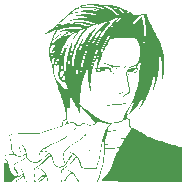
<source format=gbo>
%TF.GenerationSoftware,KiCad,Pcbnew,(5.99.0-12766-g4a3658027e)*%
%TF.CreationDate,2021-10-23T13:20:50+09:00*%
%TF.ProjectId,top,746f702e-6b69-4636-9164-5f7063625858,rev?*%
%TF.SameCoordinates,Original*%
%TF.FileFunction,Legend,Bot*%
%TF.FilePolarity,Positive*%
%FSLAX46Y46*%
G04 Gerber Fmt 4.6, Leading zero omitted, Abs format (unit mm)*
G04 Created by KiCad (PCBNEW (5.99.0-12766-g4a3658027e)) date 2021-10-23 13:20:50*
%MOMM*%
%LPD*%
G01*
G04 APERTURE LIST*
%ADD10C,5.700000*%
G04 APERTURE END LIST*
%TO.C,G\u002A\u002A\u002A*%
G36*
X94185997Y-105262014D02*
G01*
X94188676Y-105267166D01*
X94174578Y-105273432D01*
X94165511Y-105272196D01*
X94163160Y-105262014D01*
X94165670Y-105259964D01*
X94185997Y-105262014D01*
G37*
G36*
X94203645Y-112318953D02*
G01*
X94200166Y-112366309D01*
X94196660Y-112386061D01*
X94186626Y-112431684D01*
X94178031Y-112457552D01*
X94169219Y-112465307D01*
X94161513Y-112451819D01*
X94159679Y-112418202D01*
X94164944Y-112372440D01*
X94169249Y-112352523D01*
X94183479Y-112312880D01*
X94196514Y-112301417D01*
X94203645Y-112318953D01*
G37*
G36*
X91485051Y-102284693D02*
G01*
X91465844Y-102308530D01*
X91442751Y-102331532D01*
X91436788Y-102335746D01*
X91421342Y-102344377D01*
X91416925Y-102342684D01*
X91427266Y-102326568D01*
X91463642Y-102291961D01*
X91484171Y-102274286D01*
X91495517Y-102267798D01*
X91485051Y-102284693D01*
G37*
G36*
X92089124Y-113495103D02*
G01*
X92102158Y-113511733D01*
X92101660Y-113515827D01*
X92085030Y-113528861D01*
X92080936Y-113528363D01*
X92067903Y-113511733D01*
X92068400Y-113507639D01*
X92085030Y-113494606D01*
X92089124Y-113495103D01*
G37*
G36*
X87041699Y-113025716D02*
G01*
X87095362Y-113063621D01*
X87096681Y-113064668D01*
X87157452Y-113123053D01*
X87213401Y-113198772D01*
X87265708Y-113294634D01*
X87315553Y-113413445D01*
X87364118Y-113558014D01*
X87412584Y-113731147D01*
X87462132Y-113935653D01*
X87467035Y-113956829D01*
X87489390Y-114046988D01*
X87511742Y-114128214D01*
X87531736Y-114192312D01*
X87547017Y-114231086D01*
X87555185Y-114245358D01*
X87607264Y-114310132D01*
X87682029Y-114378502D01*
X87771455Y-114444919D01*
X87867518Y-114503838D01*
X87962194Y-114549713D01*
X88047458Y-114576996D01*
X88078337Y-114583155D01*
X88116530Y-114587300D01*
X88148513Y-114581261D01*
X88185803Y-114562021D01*
X88239919Y-114526562D01*
X88300440Y-114487612D01*
X88382293Y-114438055D01*
X88458294Y-114394858D01*
X88470036Y-114388409D01*
X88522798Y-114357160D01*
X88559892Y-114331436D01*
X88573904Y-114316276D01*
X88569930Y-114296910D01*
X88554858Y-114250846D01*
X88531774Y-114189161D01*
X88504127Y-114120638D01*
X88475366Y-114054055D01*
X88448941Y-113998194D01*
X88431855Y-113966654D01*
X88374126Y-113878219D01*
X88305700Y-113792247D01*
X88234706Y-113718383D01*
X88169272Y-113666274D01*
X88147860Y-113651990D01*
X88114022Y-113623676D01*
X88108228Y-113608692D01*
X88129737Y-113610096D01*
X88177812Y-113630946D01*
X88242678Y-113673483D01*
X88329030Y-113755637D01*
X88413836Y-113863587D01*
X88493576Y-113992718D01*
X88564734Y-114138416D01*
X88590852Y-114203572D01*
X88629257Y-114313219D01*
X88666335Y-114433125D01*
X88699094Y-114552834D01*
X88724540Y-114661888D01*
X88739682Y-114749831D01*
X88740667Y-114757407D01*
X88753512Y-114811187D01*
X88779724Y-114859961D01*
X88826080Y-114916823D01*
X88853118Y-114947587D01*
X88878528Y-114980756D01*
X88883258Y-114997314D01*
X88869643Y-115001821D01*
X88869069Y-115001818D01*
X88825886Y-114985197D01*
X88781291Y-114939479D01*
X88738248Y-114869468D01*
X88699717Y-114779971D01*
X88668662Y-114675791D01*
X88665934Y-114664566D01*
X88649483Y-114602879D01*
X88634547Y-114555757D01*
X88624066Y-114532640D01*
X88606797Y-114534483D01*
X88571675Y-114555764D01*
X88526383Y-114592586D01*
X88511339Y-114605592D01*
X88450071Y-114653302D01*
X88375958Y-114705657D01*
X88301819Y-114753473D01*
X88295761Y-114757156D01*
X88206459Y-114811642D01*
X88142021Y-114851887D01*
X88098258Y-114881199D01*
X88070976Y-114902885D01*
X88055983Y-114920254D01*
X88049088Y-114936614D01*
X88046098Y-114955274D01*
X88035030Y-114989711D01*
X88007234Y-115001821D01*
X87994759Y-115000950D01*
X87980882Y-114988814D01*
X87984807Y-114954720D01*
X87992818Y-114927859D01*
X88014912Y-114889774D01*
X88054041Y-114854441D01*
X88117567Y-114814064D01*
X88197915Y-114765423D01*
X88294388Y-114702105D01*
X88383431Y-114638579D01*
X88461982Y-114577510D01*
X88526980Y-114521566D01*
X88575364Y-114473413D01*
X88604074Y-114435717D01*
X88610048Y-114411144D01*
X88590225Y-114402360D01*
X88579125Y-114405276D01*
X88541037Y-114422102D01*
X88484947Y-114450525D01*
X88417978Y-114486661D01*
X88347253Y-114526629D01*
X88279893Y-114566546D01*
X88223020Y-114602530D01*
X88209811Y-114611081D01*
X88136687Y-114647774D01*
X88071517Y-114659272D01*
X88035493Y-114662063D01*
X87997602Y-114673314D01*
X87955752Y-114696307D01*
X87905030Y-114734312D01*
X87840524Y-114790599D01*
X87757323Y-114868437D01*
X87617277Y-115001821D01*
X86998179Y-115001821D01*
X86998601Y-113451787D01*
X87118282Y-113403339D01*
X87128786Y-113399010D01*
X87184172Y-113373324D01*
X87223170Y-113350426D01*
X87237899Y-113334829D01*
X87237841Y-113332867D01*
X87223985Y-113291696D01*
X87189557Y-113236740D01*
X87140009Y-113175599D01*
X87080794Y-113115871D01*
X87054019Y-113090472D01*
X87015432Y-113047067D01*
X87001004Y-113020059D01*
X87010003Y-113012069D01*
X87041699Y-113025716D01*
G37*
G36*
X95291250Y-104951484D02*
G01*
X95296888Y-104964390D01*
X95289183Y-104970939D01*
X95261623Y-104971122D01*
X95242820Y-104962037D01*
X95240885Y-104951814D01*
X95271746Y-104948011D01*
X95291250Y-104951484D01*
G37*
G36*
X96144235Y-101342684D02*
G01*
X96135671Y-101351248D01*
X96127107Y-101342684D01*
X96135671Y-101334120D01*
X96144235Y-101342684D01*
G37*
G36*
X88475891Y-111803294D02*
G01*
X88459596Y-111822885D01*
X88415597Y-111859985D01*
X88383558Y-111887740D01*
X88345814Y-111929348D01*
X88326823Y-111962749D01*
X88315883Y-111990010D01*
X88299539Y-112004518D01*
X88298201Y-112004511D01*
X88285362Y-112001042D01*
X88285719Y-111984766D01*
X88299224Y-111946259D01*
X88308349Y-111929547D01*
X88342173Y-111889749D01*
X88387431Y-111850943D01*
X88433915Y-111819381D01*
X88466619Y-111801898D01*
X88475891Y-111803294D01*
G37*
G36*
X88522522Y-111773298D02*
G01*
X88513958Y-111781861D01*
X88505394Y-111773298D01*
X88513958Y-111764734D01*
X88522522Y-111773298D01*
G37*
G36*
X91791894Y-114599332D02*
G01*
X91795666Y-114652263D01*
X91805630Y-114729080D01*
X91819257Y-114804862D01*
X91832088Y-114870520D01*
X91841318Y-114927441D01*
X91844949Y-114963284D01*
X91839384Y-114989603D01*
X91813037Y-115001821D01*
X91799279Y-114999084D01*
X91788724Y-114986184D01*
X91781384Y-114957090D01*
X91775802Y-114905788D01*
X91770522Y-114826264D01*
X91768411Y-114779954D01*
X91767382Y-114698816D01*
X91769672Y-114629115D01*
X91775071Y-114582198D01*
X91789924Y-114513689D01*
X91791894Y-114599332D01*
G37*
G36*
X92290315Y-113997873D02*
G01*
X92367686Y-114015439D01*
X92455127Y-114045583D01*
X92545180Y-114085940D01*
X92630386Y-114134141D01*
X92709949Y-114187944D01*
X92855673Y-114306238D01*
X92981767Y-114439648D01*
X93091829Y-114592859D01*
X93189457Y-114770553D01*
X93278251Y-114977415D01*
X93277925Y-114993948D01*
X93251162Y-115001821D01*
X93226641Y-114995201D01*
X93199616Y-114963284D01*
X93156760Y-114857033D01*
X93113054Y-114758019D01*
X93072545Y-114678224D01*
X93031746Y-114610320D01*
X93015036Y-114586241D01*
X92970281Y-114529078D01*
X92915723Y-114465840D01*
X92856624Y-114401946D01*
X92798249Y-114342818D01*
X92745861Y-114293873D01*
X92704721Y-114260531D01*
X92680095Y-114248213D01*
X92679758Y-114248218D01*
X92652674Y-114262730D01*
X92609059Y-114303609D01*
X92550927Y-114368492D01*
X92480290Y-114455013D01*
X92399162Y-114560807D01*
X92309555Y-114683510D01*
X92291565Y-114708678D01*
X92222890Y-114804503D01*
X92170438Y-114876604D01*
X92131200Y-114928372D01*
X92102168Y-114963197D01*
X92080335Y-114984470D01*
X92062691Y-114995580D01*
X92046228Y-114999918D01*
X92027937Y-115000873D01*
X91979408Y-115001821D01*
X92015191Y-114954720D01*
X92026321Y-114939837D01*
X92058411Y-114896266D01*
X92103632Y-114834429D01*
X92157647Y-114760262D01*
X92216118Y-114679704D01*
X92240233Y-114646781D01*
X92309728Y-114555047D01*
X92381109Y-114464656D01*
X92447232Y-114384538D01*
X92500955Y-114323623D01*
X92517170Y-114306231D01*
X92564955Y-114253872D01*
X92592904Y-114219452D01*
X92604077Y-114197594D01*
X92601536Y-114182916D01*
X92588342Y-114170040D01*
X92564314Y-114152662D01*
X92480136Y-114105122D01*
X92382207Y-114063958D01*
X92285533Y-114035820D01*
X92283896Y-114035471D01*
X92227271Y-114021377D01*
X92202903Y-114009984D01*
X92209017Y-114000471D01*
X92230476Y-113995251D01*
X92290315Y-113997873D01*
G37*
G36*
X96415616Y-111405843D02*
G01*
X96454348Y-111411970D01*
X96469656Y-111422185D01*
X96466119Y-111427303D01*
X96438547Y-111435910D01*
X96392582Y-111439312D01*
X96369549Y-111438526D01*
X96330817Y-111432399D01*
X96315509Y-111422185D01*
X96319046Y-111417066D01*
X96346618Y-111408459D01*
X96392582Y-111405057D01*
X96415616Y-111405843D01*
G37*
G36*
X97891234Y-101685233D02*
G01*
X97882670Y-101693796D01*
X97874106Y-101685233D01*
X97882670Y-101676669D01*
X97891234Y-101685233D01*
G37*
G36*
X96244933Y-105854241D02*
G01*
X96238049Y-105870979D01*
X96199899Y-105897351D01*
X96158293Y-105916468D01*
X96122699Y-105922315D01*
X96109980Y-105907148D01*
X96110147Y-105903286D01*
X96116452Y-105890020D01*
X96118944Y-105889512D01*
X96143977Y-105880601D01*
X96184961Y-105864099D01*
X96222732Y-105851988D01*
X96244933Y-105854241D01*
G37*
G36*
X92770128Y-103260958D02*
G01*
X92761564Y-103269521D01*
X92753001Y-103260958D01*
X92761564Y-103252394D01*
X92770128Y-103260958D01*
G37*
G36*
X97235481Y-108365666D02*
G01*
X97299673Y-108382605D01*
X97340890Y-108396876D01*
X97379594Y-108413796D01*
X97394538Y-108425518D01*
X97391107Y-108431668D01*
X97364127Y-108445248D01*
X97319979Y-108457306D01*
X97270335Y-108465625D01*
X97226869Y-108467993D01*
X97201254Y-108462192D01*
X97177480Y-108454843D01*
X97125258Y-108456091D01*
X97043188Y-108467409D01*
X97016496Y-108471368D01*
X96938018Y-108480199D01*
X96839788Y-108488659D01*
X96731739Y-108495947D01*
X96623803Y-108501261D01*
X96546234Y-108505225D01*
X96436887Y-108512851D01*
X96314473Y-108523041D01*
X96184894Y-108535159D01*
X96054056Y-108548570D01*
X95927861Y-108562638D01*
X95812214Y-108576730D01*
X95713017Y-108590208D01*
X95636176Y-108602437D01*
X95587593Y-108612783D01*
X95563804Y-108618457D01*
X95511549Y-108626027D01*
X95461005Y-108628591D01*
X95422851Y-108625865D01*
X95407768Y-108617566D01*
X95411575Y-108614551D01*
X95442201Y-108604734D01*
X95499494Y-108590906D01*
X95578616Y-108573987D01*
X95674724Y-108554898D01*
X95782980Y-108534559D01*
X95898541Y-108513891D01*
X96016568Y-108493816D01*
X96132221Y-108475254D01*
X96240659Y-108459125D01*
X96322203Y-108448871D01*
X96453172Y-108436361D01*
X96583090Y-108427956D01*
X96695672Y-108424882D01*
X96798457Y-108423276D01*
X96946867Y-108413852D01*
X97067839Y-108396296D01*
X97158372Y-108370958D01*
X97190177Y-108362995D01*
X97235481Y-108365666D01*
G37*
G36*
X96859481Y-107524264D02*
G01*
X96906737Y-107542074D01*
X96928605Y-107571592D01*
X96929321Y-107577658D01*
X96924062Y-107588715D01*
X96903575Y-107593940D01*
X96861568Y-107594196D01*
X96791752Y-107590345D01*
X96768860Y-107588761D01*
X96706429Y-107583474D01*
X96661101Y-107578188D01*
X96641426Y-107573841D01*
X96639680Y-107565864D01*
X96659916Y-107550830D01*
X96702207Y-107535789D01*
X96759255Y-107523839D01*
X96794335Y-107520276D01*
X96859481Y-107524264D01*
G37*
G36*
X93934333Y-110953704D02*
G01*
X93927700Y-110971763D01*
X93901958Y-111011405D01*
X93862118Y-111063328D01*
X93813865Y-111120813D01*
X93762887Y-111177144D01*
X93714869Y-111225604D01*
X93675497Y-111259474D01*
X93660518Y-111270713D01*
X93619566Y-111301933D01*
X93561680Y-111346342D01*
X93492917Y-111399274D01*
X93419338Y-111456063D01*
X93347001Y-111512043D01*
X93281966Y-111562547D01*
X93246685Y-111588198D01*
X93172983Y-111636176D01*
X93088151Y-111686614D01*
X93004366Y-111732075D01*
X92951442Y-111759746D01*
X92710411Y-111902669D01*
X92493481Y-112060323D01*
X92305228Y-112229452D01*
X92295906Y-112238871D01*
X92230649Y-112305978D01*
X92170978Y-112369201D01*
X92123155Y-112421809D01*
X92093441Y-112457073D01*
X92082767Y-112472575D01*
X92047565Y-112549802D01*
X92020595Y-112653177D01*
X92003103Y-112776818D01*
X91996337Y-112914847D01*
X91996303Y-112957949D01*
X91999059Y-113021612D01*
X92008101Y-113071874D01*
X92026493Y-113122412D01*
X92057300Y-113186905D01*
X92092481Y-113264380D01*
X92113150Y-113332257D01*
X92119285Y-113395153D01*
X92118540Y-113422982D01*
X92112425Y-113460883D01*
X92102176Y-113466451D01*
X92090261Y-113440406D01*
X92079148Y-113383465D01*
X92078015Y-113376514D01*
X92061950Y-113320106D01*
X92034079Y-113250199D01*
X91999682Y-113180289D01*
X91984444Y-113152214D01*
X91955529Y-113093637D01*
X91939445Y-113045692D01*
X91932546Y-112994940D01*
X91931181Y-112927939D01*
X91931692Y-112895736D01*
X91947168Y-112737504D01*
X91982782Y-112592952D01*
X92036642Y-112470289D01*
X92074925Y-112412287D01*
X92141347Y-112328769D01*
X92222261Y-112238962D01*
X92310366Y-112150492D01*
X92398366Y-112070986D01*
X92478961Y-112008070D01*
X92545051Y-111961378D01*
X92620395Y-111907348D01*
X92684491Y-111860623D01*
X92722409Y-111834848D01*
X92793513Y-111791745D01*
X92876498Y-111745539D01*
X92960190Y-111702630D01*
X92982078Y-111691700D01*
X93095563Y-111628469D01*
X93215596Y-111552521D01*
X93327373Y-111473109D01*
X93332045Y-111469562D01*
X93410316Y-111411016D01*
X93487518Y-111354710D01*
X93554981Y-111306889D01*
X93604033Y-111273800D01*
X93646259Y-111243576D01*
X93681481Y-111210931D01*
X93695010Y-111187661D01*
X93695364Y-111183172D01*
X93706316Y-111149469D01*
X93728083Y-111104826D01*
X93754545Y-111059829D01*
X93779581Y-111025066D01*
X93797069Y-111011126D01*
X93803367Y-111012715D01*
X93820817Y-111032536D01*
X93824571Y-111036943D01*
X93845878Y-111029347D01*
X93881730Y-110993999D01*
X93899488Y-110974791D01*
X93924368Y-110953474D01*
X93934333Y-110953704D01*
G37*
G36*
X88189175Y-114941799D02*
G01*
X88232693Y-114956540D01*
X88270977Y-114977872D01*
X88308429Y-115005728D01*
X88265610Y-114993609D01*
X88229037Y-114984209D01*
X88175691Y-114972584D01*
X88143335Y-114961703D01*
X88128591Y-114946354D01*
X88130099Y-114941757D01*
X88151339Y-114936067D01*
X88189175Y-114941799D01*
G37*
G36*
X96645024Y-110600565D02*
G01*
X96658058Y-110617195D01*
X96657560Y-110621289D01*
X96640930Y-110634322D01*
X96636837Y-110633825D01*
X96623803Y-110617195D01*
X96624301Y-110613101D01*
X96640930Y-110600068D01*
X96645024Y-110600565D01*
G37*
G36*
X96676867Y-108759315D02*
G01*
X96704707Y-108765123D01*
X96708192Y-108767266D01*
X96711252Y-108776864D01*
X96686829Y-108784939D01*
X96631545Y-108792768D01*
X96585510Y-108798375D01*
X96537722Y-108805220D01*
X96512475Y-108810203D01*
X96505184Y-108811789D01*
X96472537Y-108808893D01*
X96450440Y-108804559D01*
X96408309Y-108801686D01*
X96381520Y-108798182D01*
X96366891Y-108787016D01*
X96368305Y-108784460D01*
X96392255Y-108776000D01*
X96439016Y-108768481D01*
X96499723Y-108762479D01*
X96565510Y-108758567D01*
X96627513Y-108757321D01*
X96676867Y-108759315D01*
G37*
G36*
X98192792Y-105675927D02*
G01*
X98177827Y-105717020D01*
X98131294Y-105772571D01*
X98060292Y-105804371D01*
X98029903Y-105809628D01*
X97967130Y-105815559D01*
X97899798Y-105817771D01*
X97853995Y-105816700D01*
X97828318Y-105813924D01*
X97831288Y-105810077D01*
X97854038Y-105804117D01*
X97899798Y-105788259D01*
X97908801Y-105784735D01*
X97953357Y-105769817D01*
X98007128Y-105754114D01*
X98025031Y-105748306D01*
X98087345Y-105718221D01*
X98142773Y-105679437D01*
X98205343Y-105624545D01*
X98192792Y-105675927D01*
G37*
G36*
X92078203Y-113992090D02*
G01*
X92093594Y-114008429D01*
X92096270Y-114015064D01*
X92086041Y-114025556D01*
X92081070Y-114024898D01*
X92067903Y-114008429D01*
X92068099Y-114004553D01*
X92075456Y-113991302D01*
X92078203Y-113992090D01*
G37*
G36*
X100113813Y-105004968D02*
G01*
X100108150Y-105205996D01*
X100093028Y-105400738D01*
X100067450Y-105598644D01*
X100030423Y-105809162D01*
X99980951Y-106041740D01*
X99976229Y-106062150D01*
X99951271Y-106162127D01*
X99919909Y-106278260D01*
X99883691Y-106405629D01*
X99844162Y-106539316D01*
X99802868Y-106674400D01*
X99761356Y-106805964D01*
X99721172Y-106929089D01*
X99683863Y-107038854D01*
X99650975Y-107130342D01*
X99624054Y-107198632D01*
X99604647Y-107238807D01*
X99595016Y-107253197D01*
X99569859Y-107281918D01*
X99549782Y-107295375D01*
X99541148Y-107290563D01*
X99550316Y-107264476D01*
X99553665Y-107257581D01*
X99570893Y-107210276D01*
X99592487Y-107137405D01*
X99616889Y-107045487D01*
X99642538Y-106941041D01*
X99667876Y-106830587D01*
X99691342Y-106720645D01*
X99711376Y-106617733D01*
X99726419Y-106528372D01*
X99728534Y-106514072D01*
X99740244Y-106425956D01*
X99748968Y-106339286D01*
X99755085Y-106246924D01*
X99758971Y-106141736D01*
X99761004Y-106016583D01*
X99761563Y-105864329D01*
X99761216Y-105757484D01*
X99759445Y-105616132D01*
X99756219Y-105506797D01*
X99751590Y-105429797D01*
X99745609Y-105385448D01*
X99738328Y-105374068D01*
X99729799Y-105395973D01*
X99720071Y-105451482D01*
X99709198Y-105540911D01*
X99694154Y-105658998D01*
X99662274Y-105850952D01*
X99620142Y-106061065D01*
X99569694Y-106281472D01*
X99512866Y-106504305D01*
X99451592Y-106721697D01*
X99387808Y-106925783D01*
X99323451Y-107108696D01*
X99288755Y-107200297D01*
X99207304Y-107411436D01*
X99133814Y-107595325D01*
X99066528Y-107755828D01*
X99003688Y-107896807D01*
X98943536Y-108022122D01*
X98884312Y-108135637D01*
X98824259Y-108241213D01*
X98761619Y-108342712D01*
X98696527Y-108444197D01*
X98619605Y-108563453D01*
X98557906Y-108657985D01*
X98509679Y-108730292D01*
X98473175Y-108782875D01*
X98446644Y-108818234D01*
X98428334Y-108838871D01*
X98416497Y-108847285D01*
X98409383Y-108845976D01*
X98409021Y-108841477D01*
X98418392Y-108812715D01*
X98439526Y-108764364D01*
X98469305Y-108703825D01*
X98498581Y-108643939D01*
X98540312Y-108552015D01*
X98586209Y-108445619D01*
X98633188Y-108332346D01*
X98678165Y-108219795D01*
X98718056Y-108115562D01*
X98749778Y-108027245D01*
X98770246Y-107962441D01*
X98779211Y-107927647D01*
X98795605Y-107854415D01*
X98806884Y-107791568D01*
X98817762Y-107714896D01*
X98718456Y-107872460D01*
X98624759Y-108016228D01*
X98514588Y-108175785D01*
X98396732Y-108338294D01*
X98274420Y-108499753D01*
X98150884Y-108656165D01*
X98029355Y-108803530D01*
X97913062Y-108937847D01*
X97805237Y-109055118D01*
X97709111Y-109151343D01*
X97627914Y-109222522D01*
X97585052Y-109255852D01*
X97532280Y-109295372D01*
X97493682Y-109322419D01*
X97475508Y-109332482D01*
X97475499Y-109327383D01*
X97489577Y-109300280D01*
X97517884Y-109255068D01*
X97556828Y-109197702D01*
X97562188Y-109189987D01*
X97629944Y-109082163D01*
X97699345Y-108954621D01*
X97768291Y-108812840D01*
X97834680Y-108662296D01*
X97896409Y-108508469D01*
X97951379Y-108356836D01*
X97997487Y-108212876D01*
X98032631Y-108082065D01*
X98054712Y-107969883D01*
X98061626Y-107881808D01*
X98061223Y-107867461D01*
X98058320Y-107851307D01*
X98049885Y-107862168D01*
X98032466Y-107902495D01*
X98020104Y-107930778D01*
X97988376Y-107998131D01*
X97945695Y-108084960D01*
X97895454Y-108184629D01*
X97841042Y-108290506D01*
X97785851Y-108395954D01*
X97733272Y-108494340D01*
X97686695Y-108579029D01*
X97663555Y-108620259D01*
X97614726Y-108707259D01*
X97567402Y-108791577D01*
X97529212Y-108859617D01*
X97521480Y-108873485D01*
X97491761Y-108928750D01*
X97470912Y-108970690D01*
X97463048Y-108991127D01*
X97455201Y-109011316D01*
X97434181Y-109052122D01*
X97404604Y-109104471D01*
X97390897Y-109128172D01*
X97369767Y-109168962D01*
X97356159Y-109207211D01*
X97348062Y-109252117D01*
X97343471Y-109312878D01*
X97340376Y-109398692D01*
X97334592Y-109593202D01*
X97391003Y-109614152D01*
X97450901Y-109636397D01*
X97482864Y-109648716D01*
X97538011Y-109674949D01*
X97576830Y-109705640D01*
X97602288Y-109746743D01*
X97617352Y-109804209D01*
X97624990Y-109883991D01*
X97628168Y-109992043D01*
X97629974Y-110069361D01*
X97635237Y-110159417D01*
X97645210Y-110227741D01*
X97661696Y-110281767D01*
X97686497Y-110328928D01*
X97721415Y-110376659D01*
X97755504Y-110414856D01*
X97791471Y-110439304D01*
X97831599Y-110445921D01*
X97834120Y-110445930D01*
X97885092Y-110450659D01*
X97938882Y-110465895D01*
X98001490Y-110494341D01*
X98078913Y-110538700D01*
X98144979Y-110581053D01*
X98177149Y-110601676D01*
X98193732Y-110612504D01*
X98280738Y-110666488D01*
X98384262Y-110727307D01*
X98492734Y-110788282D01*
X98594587Y-110842733D01*
X98693495Y-110895408D01*
X98780345Y-110946065D01*
X98837764Y-110985921D01*
X98867099Y-111015833D01*
X98868546Y-111018042D01*
X98906432Y-111054033D01*
X98974696Y-111097640D01*
X99070742Y-111147934D01*
X99191973Y-111203991D01*
X99335793Y-111264882D01*
X99499605Y-111329683D01*
X99680814Y-111397465D01*
X99876822Y-111467303D01*
X100085034Y-111538270D01*
X100302853Y-111609439D01*
X100527682Y-111679884D01*
X100756926Y-111748678D01*
X100987987Y-111814895D01*
X101218270Y-111877608D01*
X101445179Y-111935890D01*
X101489113Y-111947054D01*
X101600384Y-111976779D01*
X101716239Y-112009298D01*
X101817700Y-112039339D01*
X102001820Y-112095966D01*
X102001820Y-115001821D01*
X98574234Y-115001821D01*
X98169674Y-115001786D01*
X97785499Y-115001672D01*
X97433230Y-115001472D01*
X97111673Y-115001178D01*
X96819637Y-115000782D01*
X96555929Y-115000278D01*
X96319358Y-114999657D01*
X96108731Y-114998913D01*
X95922856Y-114998037D01*
X95760540Y-114997023D01*
X95620592Y-114995862D01*
X95501819Y-114994547D01*
X95403029Y-114993071D01*
X95323029Y-114991427D01*
X95260628Y-114989606D01*
X95214632Y-114987602D01*
X95183851Y-114985406D01*
X95167092Y-114983012D01*
X95163161Y-114980411D01*
X95219557Y-114908127D01*
X95293022Y-114815573D01*
X95373818Y-114715072D01*
X95457862Y-114611599D01*
X95541073Y-114510129D01*
X95619369Y-114415636D01*
X95688670Y-114333094D01*
X95744894Y-114267478D01*
X95783959Y-114223762D01*
X95838292Y-114165076D01*
X95880332Y-114116270D01*
X95912967Y-114071384D01*
X95940301Y-114023155D01*
X95966442Y-113964319D01*
X95995496Y-113887613D01*
X96031569Y-113785772D01*
X96072519Y-113671036D01*
X96164312Y-113426285D01*
X96262254Y-113179929D01*
X96362734Y-112940680D01*
X96462143Y-112717248D01*
X96556870Y-112518341D01*
X96576722Y-112478181D01*
X96623158Y-112382927D01*
X96662917Y-112299518D01*
X96693816Y-112232639D01*
X96713674Y-112186980D01*
X96720309Y-112167229D01*
X96719061Y-112164058D01*
X96695941Y-112155986D01*
X96643135Y-112156673D01*
X96559518Y-112166191D01*
X96443965Y-112184608D01*
X96425482Y-112187591D01*
X96346777Y-112197738D01*
X96243626Y-112208415D01*
X96123478Y-112219036D01*
X95993779Y-112229018D01*
X95861976Y-112237772D01*
X95735516Y-112244715D01*
X95621847Y-112249261D01*
X95501955Y-112252866D01*
X95491027Y-112509778D01*
X95489595Y-112538687D01*
X95481129Y-112654917D01*
X95467993Y-112791420D01*
X95451323Y-112939120D01*
X95432256Y-113088940D01*
X95411927Y-113231803D01*
X95391474Y-113358632D01*
X95372032Y-113460351D01*
X95320035Y-113687821D01*
X95195236Y-114152348D01*
X95049774Y-114600182D01*
X95048139Y-114604787D01*
X95004458Y-114727772D01*
X94970598Y-114822365D01*
X94944847Y-114892283D01*
X94925490Y-114941244D01*
X94910813Y-114972966D01*
X94899102Y-114991167D01*
X94888645Y-114999564D01*
X94877726Y-115001876D01*
X94864632Y-115001821D01*
X94825716Y-115001821D01*
X94869927Y-114886211D01*
X94877303Y-114866709D01*
X94902525Y-114798460D01*
X94934388Y-114710724D01*
X94969556Y-114612726D01*
X95004691Y-114513689D01*
X95021392Y-114466004D01*
X95046832Y-114391834D01*
X95071802Y-114316647D01*
X95097713Y-114235884D01*
X95125976Y-114144984D01*
X95158001Y-114039387D01*
X95195198Y-113914531D01*
X95238978Y-113765858D01*
X95290752Y-113588807D01*
X95294428Y-113575311D01*
X95309290Y-113506186D01*
X95324565Y-113415797D01*
X95338650Y-113314338D01*
X95349945Y-113212003D01*
X95352202Y-113188226D01*
X95362546Y-113082716D01*
X95373209Y-112978674D01*
X95383057Y-112886981D01*
X95390956Y-112818521D01*
X95394163Y-112787086D01*
X95399549Y-112707457D01*
X95403868Y-112608375D01*
X95406743Y-112499461D01*
X95407796Y-112390335D01*
X95413120Y-112107918D01*
X95413774Y-112096934D01*
X95480851Y-112096934D01*
X95483975Y-112135672D01*
X95488369Y-112150172D01*
X95497594Y-112162393D01*
X95516798Y-112169734D01*
X95552050Y-112173277D01*
X95609416Y-112174106D01*
X95694965Y-112173301D01*
X95747768Y-112172434D01*
X95862747Y-112168949D01*
X95983716Y-112162909D01*
X96117671Y-112153866D01*
X96271609Y-112141376D01*
X96452529Y-112124991D01*
X96539002Y-112116855D01*
X96628832Y-112107872D01*
X96693600Y-112099772D01*
X96738473Y-112091120D01*
X96768620Y-112080481D01*
X96789208Y-112066419D01*
X96805404Y-112047500D01*
X96822376Y-112022288D01*
X96834508Y-112003172D01*
X96858662Y-111959392D01*
X96870052Y-111929743D01*
X96877830Y-111907746D01*
X96901055Y-111872602D01*
X96914102Y-111855186D01*
X96942001Y-111810168D01*
X96971173Y-111756170D01*
X96982200Y-111734714D01*
X97016052Y-111671595D01*
X97057708Y-111596384D01*
X97100577Y-111521057D01*
X97125601Y-111476559D01*
X97154584Y-111420890D01*
X97172142Y-111381526D01*
X97175158Y-111364990D01*
X97162114Y-111364075D01*
X97120631Y-111366452D01*
X97058551Y-111372335D01*
X96983479Y-111381084D01*
X96936761Y-111386902D01*
X96848984Y-111397076D01*
X96788616Y-111402470D01*
X96751118Y-111403274D01*
X96731948Y-111399678D01*
X96726568Y-111391874D01*
X96728829Y-111389763D01*
X96755832Y-111381639D01*
X96808549Y-111370912D01*
X96880927Y-111358733D01*
X96966914Y-111346250D01*
X96995946Y-111342221D01*
X97081714Y-111328979D01*
X97154166Y-111315842D01*
X97206405Y-111304141D01*
X97231533Y-111295206D01*
X97232702Y-111294214D01*
X97252141Y-111270215D01*
X97284391Y-111223703D01*
X97325245Y-111160943D01*
X97370500Y-111088200D01*
X97422738Y-111005812D01*
X97486718Y-110911683D01*
X97552189Y-110821216D01*
X97614345Y-110740823D01*
X97668380Y-110676915D01*
X97709490Y-110635904D01*
X97723617Y-110621150D01*
X97735277Y-110581053D01*
X97718165Y-110529602D01*
X97671698Y-110464150D01*
X97643628Y-110428945D01*
X97611102Y-110383339D01*
X97593130Y-110351720D01*
X97591202Y-110344324D01*
X97586090Y-110304244D01*
X97581230Y-110239765D01*
X97577094Y-110158006D01*
X97574157Y-110066090D01*
X97573243Y-110033009D01*
X97569163Y-109942679D01*
X97563416Y-109865596D01*
X97556607Y-109808761D01*
X97549342Y-109779178D01*
X97528668Y-109752551D01*
X97475430Y-109719308D01*
X97409867Y-109704161D01*
X97344493Y-109711259D01*
X97317766Y-109720397D01*
X97227577Y-109756314D01*
X97117083Y-109805983D01*
X96992808Y-109866391D01*
X96861275Y-109934523D01*
X96857641Y-109936393D01*
X96807185Y-109956243D01*
X96738132Y-109976671D01*
X96664310Y-109993535D01*
X96661146Y-109994142D01*
X96582392Y-110010243D01*
X96504525Y-110027703D01*
X96443965Y-110042846D01*
X96433871Y-110045433D01*
X96369900Y-110057632D01*
X96289778Y-110068337D01*
X96208427Y-110075481D01*
X96181184Y-110077336D01*
X96113692Y-110083721D01*
X96061324Y-110091200D01*
X96033631Y-110098514D01*
X96017875Y-110111041D01*
X95982218Y-110150200D01*
X95938755Y-110205721D01*
X95893240Y-110269424D01*
X95851428Y-110333131D01*
X95819074Y-110388661D01*
X95801932Y-110427835D01*
X95796165Y-110448787D01*
X95778503Y-110510480D01*
X95759534Y-110574376D01*
X95751025Y-110604624D01*
X95738407Y-110660587D01*
X95733361Y-110700563D01*
X95733957Y-110717256D01*
X95740448Y-110730327D01*
X95759904Y-110735696D01*
X95799376Y-110734899D01*
X95865914Y-110729474D01*
X95888809Y-110727405D01*
X96000606Y-110715344D01*
X96116282Y-110699228D01*
X96245605Y-110677579D01*
X96398345Y-110648921D01*
X96454791Y-110638540D01*
X96519439Y-110628413D01*
X96565426Y-110623370D01*
X96585320Y-110624385D01*
X96586307Y-110625439D01*
X96588121Y-110639729D01*
X96585383Y-110641168D01*
X96555721Y-110650229D01*
X96500691Y-110663816D01*
X96426891Y-110680537D01*
X96340917Y-110698999D01*
X96249365Y-110717808D01*
X96158833Y-110735572D01*
X96075917Y-110750897D01*
X96007215Y-110762391D01*
X95953970Y-110770564D01*
X95876069Y-110782531D01*
X95811659Y-110792437D01*
X95770924Y-110798715D01*
X95756553Y-110801152D01*
X95735046Y-110807629D01*
X95717529Y-110820596D01*
X95702027Y-110844530D01*
X95686568Y-110883904D01*
X95669179Y-110943196D01*
X95647886Y-111026881D01*
X95620718Y-111139433D01*
X95609074Y-111187242D01*
X95587300Y-111272386D01*
X95567897Y-111342990D01*
X95552628Y-111392772D01*
X95543257Y-111415450D01*
X95537961Y-111427171D01*
X95528743Y-111468073D01*
X95519837Y-111527926D01*
X95512043Y-111597926D01*
X95506162Y-111669268D01*
X95502994Y-111733150D01*
X95503339Y-111780768D01*
X95507998Y-111803319D01*
X95518596Y-111808645D01*
X95558475Y-111820127D01*
X95619381Y-111833810D01*
X95693296Y-111848248D01*
X95772205Y-111861994D01*
X95848091Y-111873603D01*
X95912940Y-111881629D01*
X95958734Y-111884626D01*
X95968962Y-111884832D01*
X96008913Y-111891197D01*
X96024342Y-111904359D01*
X96023272Y-111907458D01*
X96005955Y-111914252D01*
X95964818Y-111917231D01*
X95896441Y-111916516D01*
X95797404Y-111912224D01*
X95782905Y-111911462D01*
X95696629Y-111906776D01*
X95621778Y-111902466D01*
X95565948Y-111898982D01*
X95536734Y-111896773D01*
X95524772Y-111896820D01*
X95509176Y-111907311D01*
X95498271Y-111937401D01*
X95488454Y-111994371D01*
X95483392Y-112039259D01*
X95480851Y-112096934D01*
X95413774Y-112096934D01*
X95431516Y-111798841D01*
X95462484Y-111504814D01*
X95505436Y-111230248D01*
X95559787Y-110979554D01*
X95624951Y-110757143D01*
X95629617Y-110743222D01*
X95647468Y-110684996D01*
X95657968Y-110642076D01*
X95658972Y-110622919D01*
X95657171Y-110621640D01*
X95640714Y-110632010D01*
X95616241Y-110672551D01*
X95584705Y-110740799D01*
X95547056Y-110834292D01*
X95504245Y-110950570D01*
X95457223Y-111087169D01*
X95406941Y-111241628D01*
X95354351Y-111411484D01*
X95334285Y-111477232D01*
X95308239Y-111560570D01*
X95286431Y-111628021D01*
X95270699Y-111673934D01*
X95262881Y-111692659D01*
X95258471Y-111696517D01*
X95245992Y-111694230D01*
X95244052Y-111662878D01*
X95252094Y-111605146D01*
X95269559Y-111523715D01*
X95295887Y-111421269D01*
X95330522Y-111300491D01*
X95372904Y-111164064D01*
X95399526Y-111081933D01*
X95451597Y-110927432D01*
X95499179Y-110797812D01*
X95545147Y-110687448D01*
X95592376Y-110590713D01*
X95643738Y-110501981D01*
X95702110Y-110415627D01*
X95770364Y-110326023D01*
X95851376Y-110227546D01*
X95878362Y-110195333D01*
X95917387Y-110147854D01*
X95943348Y-110115044D01*
X95951668Y-110102605D01*
X95950155Y-110102487D01*
X95924748Y-110101279D01*
X95873141Y-110099082D01*
X95801739Y-110096163D01*
X95716948Y-110092791D01*
X95711790Y-110092588D01*
X95613521Y-110087991D01*
X95538134Y-110081590D01*
X95474770Y-110071016D01*
X95412567Y-110053901D01*
X95340665Y-110027875D01*
X95248205Y-109990572D01*
X95229456Y-109982888D01*
X95179405Y-109963697D01*
X95139207Y-109953204D01*
X95097906Y-109950337D01*
X95044547Y-109954027D01*
X94968174Y-109963202D01*
X94804875Y-109983827D01*
X94761212Y-110023666D01*
X94674326Y-110102942D01*
X94658857Y-110116884D01*
X94574929Y-110184388D01*
X94499337Y-110227672D01*
X94423426Y-110250721D01*
X94338543Y-110257519D01*
X94310694Y-110262564D01*
X94277343Y-110283210D01*
X94276148Y-110284589D01*
X94251527Y-110301026D01*
X94222720Y-110308496D01*
X94201713Y-110305719D01*
X94200491Y-110291415D01*
X94201118Y-110286266D01*
X94183890Y-110267902D01*
X94145838Y-110248437D01*
X94122967Y-110239001D01*
X94060877Y-110210561D01*
X93999248Y-110179425D01*
X93976381Y-110167728D01*
X93934776Y-110151081D01*
X93888463Y-110140857D01*
X93827597Y-110135257D01*
X93742336Y-110132484D01*
X93566554Y-110129063D01*
X93361025Y-110272131D01*
X93359211Y-110273394D01*
X93267090Y-110338905D01*
X93168045Y-110411517D01*
X93073853Y-110482484D01*
X92996291Y-110543057D01*
X92933504Y-110591820D01*
X92878597Y-110631322D01*
X92838213Y-110656935D01*
X92818246Y-110664635D01*
X92817931Y-110664495D01*
X92824469Y-110651336D01*
X92852376Y-110621737D01*
X92896397Y-110580271D01*
X92951274Y-110531510D01*
X93011751Y-110480027D01*
X93072571Y-110430396D01*
X93128478Y-110387188D01*
X93174214Y-110354977D01*
X93186692Y-110346649D01*
X93219215Y-110321924D01*
X93232357Y-110306760D01*
X93232248Y-110306013D01*
X93215264Y-110295514D01*
X93178075Y-110285157D01*
X93142031Y-110270348D01*
X93082594Y-110229089D01*
X93010619Y-110165203D01*
X92981775Y-110137964D01*
X92918513Y-110084910D01*
X92861596Y-110049730D01*
X92800787Y-110025611D01*
X92786360Y-110020834D01*
X92763650Y-110012804D01*
X92744035Y-110006957D01*
X92724006Y-110004299D01*
X92700055Y-110005838D01*
X92668672Y-110012579D01*
X92626350Y-110025529D01*
X92569580Y-110045695D01*
X92494853Y-110074082D01*
X92398662Y-110111697D01*
X92277496Y-110159546D01*
X92127849Y-110218636D01*
X92051074Y-110248824D01*
X91909234Y-110304087D01*
X91795339Y-110347584D01*
X91706857Y-110380206D01*
X91641259Y-110402842D01*
X91596013Y-110416384D01*
X91568589Y-110421723D01*
X91556455Y-110419750D01*
X91551585Y-110417848D01*
X91529964Y-110426576D01*
X91520093Y-110431636D01*
X91481279Y-110442721D01*
X91428867Y-110451933D01*
X91402970Y-110456245D01*
X91353452Y-110469877D01*
X91323425Y-110485726D01*
X91319850Y-110488436D01*
X91287776Y-110503335D01*
X91231221Y-110524056D01*
X91156977Y-110548231D01*
X91071834Y-110573490D01*
X91033183Y-110584803D01*
X90944102Y-110612291D01*
X90832529Y-110647932D01*
X90704681Y-110689646D01*
X90566779Y-110735351D01*
X90425040Y-110782966D01*
X90285684Y-110830410D01*
X90154930Y-110875601D01*
X90038995Y-110916458D01*
X89944100Y-110950901D01*
X89911685Y-110958686D01*
X89842778Y-110967145D01*
X89747152Y-110973864D01*
X89629021Y-110978852D01*
X89492599Y-110982118D01*
X89342102Y-110983671D01*
X89181742Y-110983519D01*
X89015735Y-110981672D01*
X88848294Y-110978138D01*
X88683634Y-110972927D01*
X88525969Y-110966047D01*
X88379514Y-110957507D01*
X88248483Y-110947316D01*
X88120027Y-110935712D01*
X88248483Y-110923558D01*
X88292178Y-110920816D01*
X88372755Y-110918739D01*
X88472295Y-110918355D01*
X88582181Y-110919679D01*
X88693796Y-110922729D01*
X88745189Y-110924370D01*
X88869209Y-110927314D01*
X89012892Y-110929689D01*
X89166500Y-110931375D01*
X89320293Y-110932251D01*
X89464531Y-110932199D01*
X89918408Y-110930345D01*
X90068990Y-110867273D01*
X90094181Y-110856831D01*
X90176396Y-110823936D01*
X90255501Y-110793784D01*
X90317338Y-110771818D01*
X90365092Y-110755901D01*
X90440662Y-110730547D01*
X90528372Y-110701003D01*
X90617408Y-110670903D01*
X90687087Y-110647811D01*
X90793844Y-110613851D01*
X90898377Y-110581982D01*
X90985648Y-110556863D01*
X91025865Y-110545648D01*
X91104519Y-110522746D01*
X91172808Y-110501687D01*
X91219355Y-110485923D01*
X91229771Y-110482148D01*
X91285142Y-110463955D01*
X91357318Y-110442072D01*
X91433448Y-110420429D01*
X91440359Y-110418524D01*
X91532917Y-110391398D01*
X91634862Y-110359268D01*
X91725354Y-110328686D01*
X91766418Y-110314090D01*
X91822712Y-110291748D01*
X91854118Y-110270371D01*
X91865297Y-110242576D01*
X91860912Y-110200976D01*
X91845625Y-110138186D01*
X91841203Y-110118212D01*
X91834367Y-110062511D01*
X91834947Y-110051428D01*
X91919206Y-110051428D01*
X91926468Y-110144766D01*
X91932025Y-110174212D01*
X91944317Y-110215638D01*
X91956582Y-110234114D01*
X91958573Y-110234449D01*
X91986453Y-110228778D01*
X92033414Y-110212063D01*
X92090939Y-110188169D01*
X92150509Y-110160962D01*
X92203605Y-110134306D01*
X92241710Y-110112068D01*
X92256305Y-110098112D01*
X92256250Y-110097082D01*
X92244296Y-110071780D01*
X92217768Y-110037710D01*
X92179231Y-109995532D01*
X92217751Y-110005025D01*
X92244353Y-110006619D01*
X92268857Y-109994717D01*
X92271209Y-109989362D01*
X92276127Y-109953776D01*
X92276471Y-109901578D01*
X92272924Y-109845473D01*
X92266170Y-109798163D01*
X92256892Y-109772355D01*
X92239492Y-109771281D01*
X92199580Y-109784057D01*
X92146105Y-109807960D01*
X92087177Y-109838987D01*
X92030905Y-109873134D01*
X91985400Y-109906397D01*
X91964915Y-109925974D01*
X91931478Y-109980697D01*
X91919206Y-110051428D01*
X91834947Y-110051428D01*
X91836554Y-110020711D01*
X91844188Y-110001367D01*
X91878105Y-109951041D01*
X91931184Y-109891677D01*
X91996929Y-109829637D01*
X92068844Y-109771288D01*
X92140432Y-109722993D01*
X92154628Y-109714477D01*
X92206366Y-109681874D01*
X92242633Y-109656501D01*
X92256305Y-109643261D01*
X92254441Y-109629258D01*
X92247477Y-109585794D01*
X92236263Y-109518622D01*
X92221759Y-109433285D01*
X92204927Y-109335329D01*
X92187423Y-109234303D01*
X92266687Y-109234303D01*
X92304015Y-109510408D01*
X92310242Y-109557479D01*
X92323312Y-109662935D01*
X92334613Y-109762875D01*
X92343107Y-109847835D01*
X92347232Y-109901578D01*
X92347752Y-109908353D01*
X92347926Y-109911591D01*
X92352671Y-109974048D01*
X92358840Y-110022953D01*
X92365146Y-110047965D01*
X92380994Y-110052972D01*
X92426948Y-110045589D01*
X92500337Y-110023393D01*
X92573833Y-110001652D01*
X92649660Y-109984675D01*
X92710182Y-109976527D01*
X92749889Y-109973854D01*
X92781882Y-109966707D01*
X92795846Y-109950045D01*
X92801186Y-109917797D01*
X92807216Y-109883934D01*
X92821421Y-109866476D01*
X92842956Y-109882101D01*
X92872277Y-109930890D01*
X92900939Y-109972602D01*
X92950769Y-110026349D01*
X93009645Y-110077475D01*
X93018917Y-110084674D01*
X93066499Y-110123861D01*
X93100006Y-110155227D01*
X93112677Y-110172534D01*
X93115363Y-110178293D01*
X93139481Y-110198752D01*
X93180504Y-110222916D01*
X93197587Y-110231175D01*
X93245231Y-110249978D01*
X93278987Y-110257455D01*
X93297980Y-110254189D01*
X93349664Y-110231598D01*
X93416895Y-110190411D01*
X93493731Y-110134043D01*
X93522051Y-110113241D01*
X93560360Y-110093931D01*
X93606469Y-110084606D01*
X93673569Y-110081405D01*
X93774850Y-110081758D01*
X93898023Y-110090243D01*
X93990458Y-110108045D01*
X94050999Y-110135001D01*
X94064292Y-110143784D01*
X94147756Y-110179979D01*
X94248413Y-110200406D01*
X94354465Y-110203519D01*
X94454112Y-110187774D01*
X94455596Y-110187352D01*
X94503826Y-110166008D01*
X94556514Y-110131815D01*
X94604943Y-110091925D01*
X94640393Y-110053492D01*
X94654147Y-110023666D01*
X94653606Y-110017734D01*
X94650613Y-110008970D01*
X94643388Y-109996025D01*
X94630160Y-109976687D01*
X94609156Y-109948744D01*
X94578604Y-109909984D01*
X94536734Y-109858196D01*
X94481773Y-109791168D01*
X94411950Y-109706689D01*
X94325492Y-109602546D01*
X94220628Y-109476529D01*
X94095586Y-109326424D01*
X93973570Y-109181721D01*
X93851335Y-109041350D01*
X93744486Y-108924321D01*
X93650739Y-108828137D01*
X93567804Y-108750304D01*
X93542968Y-108728341D01*
X93478617Y-108672238D01*
X93424531Y-108626223D01*
X93385782Y-108594566D01*
X93367439Y-108581538D01*
X93364244Y-108582424D01*
X93358758Y-108607736D01*
X93358425Y-108666455D01*
X93363230Y-108758244D01*
X93373158Y-108882767D01*
X93388194Y-109039689D01*
X93389082Y-109048519D01*
X93396220Y-109134711D01*
X93397161Y-109189289D01*
X93391815Y-109214181D01*
X93380091Y-109211317D01*
X93376132Y-109204736D01*
X93358735Y-109172348D01*
X93330326Y-109117913D01*
X93293701Y-109046804D01*
X93251657Y-108964397D01*
X93200526Y-108864287D01*
X93133401Y-108734394D01*
X93068019Y-108609464D01*
X93006350Y-108493150D01*
X92984491Y-108452528D01*
X93349239Y-108452528D01*
X93586352Y-108650254D01*
X93640621Y-108695220D01*
X93731915Y-108769787D01*
X93820967Y-108841357D01*
X93899813Y-108903549D01*
X93960485Y-108949982D01*
X93981882Y-108965839D01*
X94122326Y-109067104D01*
X94278531Y-109175625D01*
X94444346Y-109287410D01*
X94613617Y-109398467D01*
X94780193Y-109504806D01*
X94937921Y-109602434D01*
X95080649Y-109687360D01*
X95202225Y-109755593D01*
X95205388Y-109757293D01*
X95284739Y-109800087D01*
X95369557Y-109846036D01*
X95442009Y-109885480D01*
X95503560Y-109916155D01*
X95590907Y-109953567D01*
X95670752Y-109982030D01*
X95712950Y-109993182D01*
X95846496Y-110012817D01*
X96003033Y-110017097D01*
X96177215Y-110006479D01*
X96363693Y-109981419D01*
X96557123Y-109942373D01*
X96752157Y-109889796D01*
X96849370Y-109855446D01*
X96937992Y-109808429D01*
X97004296Y-109748698D01*
X97032158Y-109705328D01*
X97160751Y-109705328D01*
X97178008Y-109705760D01*
X97208447Y-109682662D01*
X97222736Y-109659943D01*
X97227248Y-109614152D01*
X97226661Y-109611207D01*
X97213618Y-109578133D01*
X97198059Y-109577934D01*
X97184644Y-109610958D01*
X97177846Y-109637514D01*
X97163688Y-109679467D01*
X97162741Y-109681801D01*
X97160751Y-109705328D01*
X97032158Y-109705328D01*
X97054727Y-109670196D01*
X97095733Y-109566862D01*
X97137022Y-109457721D01*
X97203716Y-109313048D01*
X97291583Y-109145276D01*
X97399913Y-108955833D01*
X97400658Y-108954574D01*
X97443162Y-108881084D01*
X97494937Y-108789105D01*
X97549508Y-108690257D01*
X97600398Y-108596157D01*
X97651111Y-108501196D01*
X97706358Y-108397835D01*
X97758839Y-108299724D01*
X97801879Y-108219353D01*
X97822646Y-108179707D01*
X97867002Y-108090110D01*
X97908029Y-108001463D01*
X97938939Y-107928186D01*
X97954115Y-107889103D01*
X97987088Y-107804264D01*
X98023826Y-107709814D01*
X98058829Y-107619892D01*
X98092126Y-107530944D01*
X98155209Y-107345028D01*
X98215205Y-107147146D01*
X98267935Y-106951448D01*
X98309220Y-106772084D01*
X98311392Y-106761436D01*
X98330514Y-106660717D01*
X98346781Y-106559377D01*
X98360778Y-106451812D01*
X98373092Y-106332416D01*
X98384306Y-106195586D01*
X98395006Y-106035716D01*
X98405777Y-105847202D01*
X98408265Y-105801866D01*
X98415900Y-105679005D01*
X98424136Y-105578976D01*
X98434102Y-105493126D01*
X98446925Y-105412799D01*
X98463731Y-105329342D01*
X98485650Y-105234099D01*
X98496712Y-105187019D01*
X98515177Y-105104272D01*
X98528929Y-105036888D01*
X98536787Y-104990827D01*
X98537570Y-104972050D01*
X98528190Y-104969698D01*
X98492446Y-104970003D01*
X98441127Y-104975078D01*
X98416796Y-104978455D01*
X98378437Y-104987110D01*
X98351986Y-105003744D01*
X98328197Y-105035825D01*
X98297826Y-105090818D01*
X98297072Y-105092233D01*
X98278849Y-105127214D01*
X98269415Y-105145323D01*
X98249618Y-105185511D01*
X98241922Y-105204197D01*
X98236743Y-105214811D01*
X98217095Y-105245039D01*
X98215979Y-105246756D01*
X98184830Y-105290560D01*
X98128164Y-105367633D01*
X98219510Y-105382036D01*
X98283363Y-105392474D01*
X98326542Y-105401688D01*
X98345652Y-105411018D01*
X98345854Y-105423153D01*
X98332311Y-105440782D01*
X98324114Y-105451223D01*
X98297464Y-105492572D01*
X98269685Y-105543190D01*
X98265927Y-105550539D01*
X98236696Y-105597594D01*
X98215206Y-105613631D01*
X98203213Y-105598425D01*
X98202470Y-105551753D01*
X98208092Y-105487525D01*
X98116580Y-105487525D01*
X98063913Y-105488579D01*
X98033888Y-105495940D01*
X98016813Y-105515904D01*
X98001952Y-105554768D01*
X97994153Y-105573705D01*
X97960488Y-105630960D01*
X97923640Y-105676031D01*
X97918372Y-105682474D01*
X97893625Y-105706211D01*
X97859445Y-105730257D01*
X97821036Y-105739889D01*
X97763459Y-105740726D01*
X97754184Y-105740437D01*
X97675830Y-105729459D01*
X97617528Y-105701856D01*
X97613178Y-105698815D01*
X97568365Y-105676802D01*
X97540892Y-105683657D01*
X97531558Y-105719219D01*
X97527554Y-105738255D01*
X97507599Y-105742732D01*
X97495729Y-105740564D01*
X97472333Y-105751833D01*
X97457628Y-105767263D01*
X97437627Y-105764709D01*
X97428793Y-105734677D01*
X97432057Y-105717524D01*
X97450617Y-105673992D01*
X97478493Y-105627348D01*
X97652576Y-105627348D01*
X97656099Y-105654728D01*
X97675000Y-105667364D01*
X97675098Y-105667364D01*
X97707906Y-105670612D01*
X97753585Y-105678371D01*
X97788089Y-105683480D01*
X97803400Y-105676031D01*
X97802826Y-105649550D01*
X97797014Y-105633455D01*
X97766000Y-105604672D01*
X97721003Y-105589240D01*
X97675692Y-105593216D01*
X97664284Y-105601014D01*
X97652576Y-105627348D01*
X97478493Y-105627348D01*
X97480125Y-105624618D01*
X97496477Y-105598782D01*
X97517844Y-105553032D01*
X97521111Y-105523050D01*
X97519751Y-105519578D01*
X97507308Y-105499476D01*
X97490312Y-105503989D01*
X97460917Y-105534626D01*
X97432971Y-105571515D01*
X97407409Y-105626131D01*
X97394945Y-105693697D01*
X97392790Y-105784450D01*
X97392887Y-105788889D01*
X97399064Y-105891171D01*
X97412561Y-106019197D01*
X97432163Y-106165918D01*
X97456655Y-106324283D01*
X97484821Y-106487242D01*
X97515447Y-106647745D01*
X97547316Y-106798742D01*
X97579214Y-106933182D01*
X97609924Y-107044014D01*
X97631009Y-107114670D01*
X97650452Y-107184383D01*
X97663649Y-107237127D01*
X97668525Y-107265067D01*
X97665929Y-107285571D01*
X97644876Y-107342165D01*
X97607436Y-107408407D01*
X97559373Y-107474811D01*
X97506450Y-107531889D01*
X97458024Y-107571198D01*
X97393732Y-107614236D01*
X97327411Y-107651642D01*
X97268593Y-107678085D01*
X97226812Y-107688235D01*
X97204893Y-107698607D01*
X97166504Y-107726980D01*
X97120623Y-107767017D01*
X97100839Y-107784855D01*
X97054022Y-107820468D01*
X97024150Y-107833847D01*
X97014190Y-107825920D01*
X97027112Y-107797618D01*
X97065885Y-107749870D01*
X97094262Y-107718241D01*
X97124886Y-107681645D01*
X97139473Y-107660750D01*
X97146069Y-107653026D01*
X97177117Y-107631202D01*
X97223532Y-107604587D01*
X97274707Y-107578721D01*
X97320038Y-107559140D01*
X97348920Y-107551382D01*
X97352234Y-107550964D01*
X97380989Y-107534134D01*
X97421290Y-107498300D01*
X97466199Y-107451146D01*
X97508775Y-107400355D01*
X97542080Y-107353610D01*
X97559172Y-107318596D01*
X97559634Y-107316659D01*
X97562029Y-107259764D01*
X97550623Y-107175140D01*
X97526004Y-107065984D01*
X97488759Y-106935490D01*
X97488662Y-106935177D01*
X97467013Y-106857287D01*
X97448628Y-106777175D01*
X97437477Y-106712138D01*
X97437386Y-106711374D01*
X97422950Y-106596269D01*
X97406869Y-106476589D01*
X97389991Y-106357843D01*
X97373165Y-106245539D01*
X97357238Y-106145186D01*
X97343059Y-106062292D01*
X97331476Y-106002366D01*
X97323337Y-105970916D01*
X97312865Y-105919683D01*
X97311176Y-105846369D01*
X97317812Y-105764791D01*
X97331741Y-105687367D01*
X97351932Y-105626516D01*
X97360956Y-105609248D01*
X97398308Y-105551948D01*
X97441324Y-105499270D01*
X97460742Y-105478304D01*
X97477181Y-105459597D01*
X97532480Y-105459597D01*
X97602508Y-105440419D01*
X97686320Y-105421906D01*
X97779087Y-105406909D01*
X97893450Y-105393099D01*
X98092632Y-105371555D01*
X98120389Y-105313349D01*
X98124817Y-105303933D01*
X98141424Y-105265708D01*
X98148146Y-105245039D01*
X98142957Y-105241187D01*
X98112411Y-105239900D01*
X98061795Y-105244556D01*
X97999567Y-105253997D01*
X97934185Y-105267063D01*
X97874106Y-105282595D01*
X97838183Y-105293094D01*
X97768015Y-105312451D01*
X97709654Y-105327241D01*
X97646857Y-105352894D01*
X97582121Y-105402733D01*
X97562681Y-105423145D01*
X97538600Y-105450031D01*
X97532480Y-105459597D01*
X97477181Y-105459597D01*
X97493338Y-105441212D01*
X97511352Y-105417983D01*
X97520148Y-105405604D01*
X97547428Y-105371424D01*
X97583771Y-105328403D01*
X97609382Y-105300705D01*
X97641132Y-105274524D01*
X97680844Y-105253232D01*
X97736957Y-105232490D01*
X97817908Y-105207955D01*
X97893500Y-105184979D01*
X98117684Y-105184979D01*
X98118769Y-105199829D01*
X98136315Y-105204786D01*
X98160056Y-105195762D01*
X98177015Y-105174950D01*
X98183424Y-105158155D01*
X98197157Y-105127849D01*
X98197489Y-105127214D01*
X98191354Y-105123862D01*
X98165482Y-105137879D01*
X98135879Y-105161541D01*
X98117684Y-105184979D01*
X97893500Y-105184979D01*
X97894392Y-105184708D01*
X97957443Y-105161112D01*
X98011002Y-105133241D01*
X98066764Y-105094930D01*
X98136422Y-105040014D01*
X98184265Y-105000204D01*
X98236698Y-104953830D01*
X98274075Y-104917454D01*
X98276980Y-104913756D01*
X98391022Y-104913756D01*
X98457986Y-104913756D01*
X98477122Y-104913720D01*
X98508550Y-104910809D01*
X98520914Y-104897787D01*
X98517415Y-104867049D01*
X98501256Y-104810991D01*
X98478082Y-104733918D01*
X98391022Y-104913756D01*
X98276980Y-104913756D01*
X98290432Y-104896629D01*
X98294121Y-104886014D01*
X98308196Y-104845694D01*
X98330184Y-104782805D01*
X98357925Y-104703524D01*
X98389259Y-104614026D01*
X98479230Y-104357114D01*
X98485624Y-104084449D01*
X98486249Y-104053637D01*
X98486814Y-103950330D01*
X98484903Y-103863196D01*
X98480724Y-103798244D01*
X98474484Y-103761485D01*
X98472262Y-103754451D01*
X98461366Y-103707444D01*
X98449590Y-103641209D01*
X98439123Y-103567731D01*
X98432163Y-103525238D01*
X98414494Y-103449340D01*
X98390734Y-103367099D01*
X98363621Y-103286465D01*
X98335894Y-103215386D01*
X98310292Y-103161810D01*
X98289554Y-103133686D01*
X98276517Y-103115549D01*
X98253587Y-103074939D01*
X98226192Y-103021173D01*
X98200739Y-102969217D01*
X98181245Y-102929983D01*
X98172443Y-102913014D01*
X98169319Y-102910392D01*
X98138886Y-102899614D01*
X98083007Y-102886907D01*
X98008367Y-102873405D01*
X97921651Y-102860242D01*
X97829545Y-102848551D01*
X97738733Y-102839466D01*
X97643602Y-102834044D01*
X97505583Y-102831592D01*
X97343928Y-102833081D01*
X97164202Y-102838257D01*
X96971973Y-102846865D01*
X96772809Y-102858648D01*
X96572276Y-102873353D01*
X96375943Y-102890723D01*
X96189377Y-102910503D01*
X96153872Y-102914668D01*
X96076276Y-102925359D01*
X96017218Y-102939182D01*
X95970846Y-102960612D01*
X95931307Y-102994123D01*
X95892749Y-103044188D01*
X95849321Y-103115282D01*
X95795168Y-103211880D01*
X95729299Y-103332314D01*
X95608463Y-103563223D01*
X95493356Y-103797714D01*
X95380507Y-104043208D01*
X95266446Y-104307129D01*
X95147705Y-104596898D01*
X95113433Y-104683813D01*
X95069047Y-104800096D01*
X95026313Y-104915852D01*
X94986765Y-105026596D01*
X94951940Y-105127841D01*
X94923373Y-105215100D01*
X94902600Y-105283886D01*
X94891156Y-105329714D01*
X94890578Y-105348097D01*
X94903493Y-105349488D01*
X94946140Y-105349904D01*
X95012623Y-105348848D01*
X95097083Y-105346425D01*
X95193661Y-105342739D01*
X95242305Y-105340791D01*
X95360964Y-105336856D01*
X95480031Y-105333883D01*
X95587966Y-105332132D01*
X95673230Y-105331865D01*
X95723624Y-105332511D01*
X95803047Y-105336197D01*
X95865708Y-105345723D01*
X95923012Y-105364245D01*
X95986362Y-105394919D01*
X96067161Y-105440902D01*
X96135671Y-105481050D01*
X96062879Y-105469937D01*
X96042872Y-105467473D01*
X96005084Y-105467131D01*
X95990088Y-105474103D01*
X95994879Y-105488019D01*
X96013941Y-105524506D01*
X96042568Y-105572136D01*
X96058774Y-105598807D01*
X96079165Y-105645139D01*
X96073410Y-105673564D01*
X96038884Y-105688728D01*
X95972960Y-105695277D01*
X95922724Y-105695269D01*
X95892439Y-105688217D01*
X95894716Y-105674054D01*
X95930141Y-105653353D01*
X95959423Y-105635273D01*
X95969933Y-105609620D01*
X95953305Y-105574911D01*
X95908732Y-105526363D01*
X95828891Y-105470159D01*
X95731295Y-105436343D01*
X95629483Y-105430559D01*
X95594004Y-105437041D01*
X95569898Y-105456477D01*
X95553787Y-105499012D01*
X95522924Y-105566259D01*
X95483152Y-105607771D01*
X95462681Y-105629137D01*
X95382432Y-105669951D01*
X95288207Y-105684491D01*
X95257472Y-105681130D01*
X95189170Y-105651469D01*
X95126409Y-105595540D01*
X95099728Y-105554855D01*
X95136457Y-105554855D01*
X95143316Y-105575808D01*
X95176534Y-105581726D01*
X95181215Y-105581675D01*
X95199008Y-105577445D01*
X95256780Y-105577445D01*
X95270096Y-105598008D01*
X95308078Y-105612708D01*
X95326203Y-105614162D01*
X95346024Y-105607771D01*
X95344471Y-105582735D01*
X95340824Y-105573467D01*
X95318118Y-105552430D01*
X95288277Y-105545582D01*
X95269527Y-105551753D01*
X95263699Y-105553671D01*
X95256780Y-105577445D01*
X95199008Y-105577445D01*
X95211517Y-105574471D01*
X95216092Y-105551753D01*
X95206836Y-105534772D01*
X95176534Y-105521780D01*
X95156370Y-105527090D01*
X95136976Y-105551753D01*
X95136457Y-105554855D01*
X95099728Y-105554855D01*
X95075995Y-105518665D01*
X95029822Y-105424520D01*
X94940467Y-105436550D01*
X94906233Y-105441585D01*
X94863575Y-105449407D01*
X94843898Y-105455285D01*
X94842497Y-105465331D01*
X94859303Y-105493387D01*
X94893713Y-105531080D01*
X94939328Y-105572308D01*
X94989751Y-105610966D01*
X95038581Y-105640954D01*
X95054217Y-105648851D01*
X95105556Y-105671261D01*
X95156282Y-105685301D01*
X95218015Y-105693500D01*
X95302373Y-105698390D01*
X95346109Y-105700629D01*
X95417490Y-105706846D01*
X95463933Y-105714383D01*
X95483626Y-105722143D01*
X95474756Y-105729027D01*
X95435512Y-105733936D01*
X95364079Y-105735774D01*
X95237410Y-105730463D01*
X95108564Y-105714904D01*
X94998299Y-105690933D01*
X94990370Y-105688766D01*
X94967826Y-105686942D01*
X94970973Y-105701567D01*
X94975615Y-105711038D01*
X94968073Y-105713653D01*
X94937983Y-105696035D01*
X94883523Y-105657261D01*
X94870307Y-105648214D01*
X94827911Y-105632294D01*
X94800745Y-105645789D01*
X94791166Y-105687917D01*
X94788436Y-105704564D01*
X94774039Y-105718746D01*
X94767118Y-105710779D01*
X94759765Y-105677050D01*
X94756912Y-105625880D01*
X94755986Y-105582077D01*
X94748376Y-105541953D01*
X94727256Y-105510213D01*
X94685840Y-105472178D01*
X94660147Y-105449739D01*
X94636136Y-105423295D01*
X94638206Y-105406340D01*
X94668894Y-105393661D01*
X94730741Y-105380047D01*
X94798772Y-105366299D01*
X94836335Y-105144309D01*
X94867621Y-104960526D01*
X94895822Y-104797676D01*
X94920049Y-104661488D01*
X94940997Y-104548293D01*
X94959365Y-104454419D01*
X94975851Y-104376199D01*
X94991151Y-104309961D01*
X95005964Y-104252037D01*
X95015540Y-104215565D01*
X95032126Y-104147368D01*
X95034883Y-104134309D01*
X95138093Y-104134309D01*
X95138944Y-104153959D01*
X95146580Y-104152130D01*
X95158602Y-104128428D01*
X95160115Y-104124500D01*
X95184922Y-104092222D01*
X95224606Y-104061606D01*
X95234876Y-104055077D01*
X95261489Y-104031306D01*
X95286224Y-103995247D01*
X95313162Y-103940112D01*
X95346385Y-103859115D01*
X95378356Y-103780118D01*
X95437580Y-103641608D01*
X95507656Y-103484660D01*
X95585299Y-103316265D01*
X95667226Y-103143412D01*
X95750155Y-102973091D01*
X95830802Y-102812293D01*
X95905884Y-102668006D01*
X95921709Y-102638182D01*
X95970726Y-102544348D01*
X96012951Y-102461335D01*
X96046000Y-102393966D01*
X96067492Y-102347065D01*
X96075045Y-102325457D01*
X96073524Y-102321038D01*
X96057355Y-102326842D01*
X96026357Y-102355152D01*
X95984053Y-102401930D01*
X95933963Y-102463141D01*
X95879607Y-102534747D01*
X95824506Y-102612711D01*
X95804825Y-102641893D01*
X95694654Y-102814592D01*
X95587842Y-102997079D01*
X95486909Y-103184092D01*
X95447712Y-103262999D01*
X95394377Y-103370367D01*
X95312767Y-103550639D01*
X95244601Y-103719645D01*
X95192399Y-103872121D01*
X95158683Y-104002803D01*
X95153823Y-104027886D01*
X95143416Y-104089509D01*
X95138093Y-104134309D01*
X95034883Y-104134309D01*
X95043470Y-104093643D01*
X95047533Y-104063635D01*
X95046636Y-104046857D01*
X95039896Y-104042954D01*
X95020138Y-104065948D01*
X95007505Y-104084792D01*
X94978164Y-104136716D01*
X94939886Y-104210426D01*
X94895475Y-104299972D01*
X94847732Y-104399406D01*
X94799459Y-104502779D01*
X94753458Y-104604143D01*
X94712531Y-104697547D01*
X94679481Y-104777043D01*
X94657110Y-104836683D01*
X94603460Y-104998263D01*
X94556062Y-105147819D01*
X94514988Y-105287027D01*
X94482464Y-105408508D01*
X94479002Y-105421437D01*
X94446869Y-105556604D01*
X94417354Y-105698078D01*
X94389220Y-105851412D01*
X94361232Y-106022159D01*
X94332156Y-106215870D01*
X94300754Y-106438099D01*
X94289857Y-106548963D01*
X94283609Y-106684889D01*
X94282084Y-106835114D01*
X94285227Y-106989787D01*
X94292985Y-107139054D01*
X94305304Y-107273061D01*
X94309695Y-107319056D01*
X94309429Y-107356307D01*
X94302548Y-107363449D01*
X94290019Y-107342309D01*
X94272809Y-107294716D01*
X94251886Y-107222496D01*
X94228218Y-107127478D01*
X94222193Y-107101594D01*
X94189948Y-106958150D01*
X94164587Y-106833397D01*
X94144429Y-106716752D01*
X94127794Y-106597633D01*
X94113002Y-106465457D01*
X94098374Y-106309643D01*
X94091535Y-106233616D01*
X94081055Y-106121736D01*
X94070767Y-106016678D01*
X94061570Y-105927544D01*
X94054361Y-105863440D01*
X94050723Y-105829224D01*
X94043973Y-105738707D01*
X94039303Y-105637678D01*
X94038410Y-105588826D01*
X94107545Y-105588826D01*
X94111843Y-105748235D01*
X94121945Y-105928639D01*
X94123049Y-105944682D01*
X94133068Y-106084002D01*
X94141604Y-106189260D01*
X94148777Y-106260597D01*
X94154710Y-106298154D01*
X94159525Y-106302070D01*
X94163343Y-106272486D01*
X94166286Y-106209543D01*
X94168475Y-106113382D01*
X94170034Y-105984142D01*
X94170761Y-105910087D01*
X94171714Y-105843771D01*
X94263859Y-105843771D01*
X94264211Y-105847962D01*
X94268849Y-105882251D01*
X94277195Y-105884500D01*
X94293951Y-105856736D01*
X94295922Y-105851582D01*
X94302351Y-105817812D01*
X94308882Y-105762634D01*
X94315105Y-105692987D01*
X94320613Y-105615812D01*
X94324999Y-105538047D01*
X94327854Y-105466632D01*
X94328770Y-105408508D01*
X94327339Y-105370613D01*
X94323154Y-105359886D01*
X94321039Y-105364071D01*
X94313767Y-105395412D01*
X94304654Y-105450249D01*
X94294638Y-105520922D01*
X94284657Y-105599772D01*
X94275651Y-105679140D01*
X94268556Y-105751369D01*
X94264313Y-105808799D01*
X94263859Y-105843771D01*
X94171714Y-105843771D01*
X94173281Y-105734746D01*
X94176728Y-105590095D01*
X94181220Y-105473543D01*
X94186872Y-105382503D01*
X94191436Y-105337626D01*
X94350404Y-105337626D01*
X94350732Y-105341718D01*
X94357172Y-105378262D01*
X94366461Y-105393290D01*
X94366945Y-105393251D01*
X94381417Y-105377032D01*
X94402490Y-105337373D01*
X94426340Y-105282960D01*
X94449146Y-105222485D01*
X94467081Y-105164636D01*
X94480099Y-105118557D01*
X94510643Y-105020471D01*
X94551086Y-104898526D01*
X94599625Y-104757634D01*
X94654462Y-104602709D01*
X94713794Y-104438664D01*
X94775820Y-104270411D01*
X94838740Y-104102865D01*
X94900754Y-103940938D01*
X94960059Y-103789543D01*
X95014855Y-103653593D01*
X95063341Y-103538001D01*
X95105281Y-103438386D01*
X95138050Y-103353956D01*
X95156449Y-103296173D01*
X95161118Y-103262999D01*
X95152694Y-103252394D01*
X95141922Y-103255964D01*
X95111026Y-103285333D01*
X95070494Y-103341521D01*
X95022324Y-103421115D01*
X94968512Y-103520703D01*
X94911054Y-103636875D01*
X94851949Y-103766217D01*
X94842157Y-103788603D01*
X94774758Y-103948702D01*
X94708111Y-104116809D01*
X94643478Y-104288968D01*
X94582123Y-104461226D01*
X94576799Y-104477006D01*
X94565242Y-104511261D01*
X94525306Y-104629629D01*
X94474291Y-104790221D01*
X94432361Y-104932202D01*
X94430339Y-104939048D01*
X94394712Y-105072157D01*
X94368673Y-105185592D01*
X94353483Y-105275400D01*
X94350404Y-105337626D01*
X94191436Y-105337626D01*
X94193800Y-105314387D01*
X94202119Y-105266605D01*
X94206142Y-105247386D01*
X94205265Y-105227414D01*
X94189907Y-105231356D01*
X94189003Y-105231899D01*
X94174803Y-105237668D01*
X94185192Y-105221056D01*
X94195237Y-105197825D01*
X94207041Y-105148915D01*
X94216147Y-105088156D01*
X94222476Y-105036065D01*
X94230467Y-104982838D01*
X94237121Y-104951136D01*
X94238542Y-104946620D01*
X94241072Y-104932202D01*
X94228292Y-104947863D01*
X94220575Y-104964735D01*
X94208452Y-105010347D01*
X94198993Y-105067756D01*
X94196764Y-105083889D01*
X94179195Y-105153177D01*
X94153233Y-105199831D01*
X94146321Y-105209447D01*
X94128439Y-105260724D01*
X94115947Y-105342656D01*
X94108947Y-105452829D01*
X94107545Y-105588826D01*
X94038410Y-105588826D01*
X94037559Y-105542301D01*
X94036831Y-105481652D01*
X94034144Y-105418235D01*
X94029941Y-105375055D01*
X94024713Y-105359118D01*
X94024578Y-105359129D01*
X94013547Y-105374887D01*
X93993453Y-105416389D01*
X93967112Y-105477429D01*
X93937336Y-105551802D01*
X93878953Y-105703188D01*
X93809642Y-105885222D01*
X93750852Y-106043861D01*
X93701236Y-106183923D01*
X93659449Y-106310225D01*
X93639444Y-106376725D01*
X93624144Y-106427585D01*
X93623624Y-106429535D01*
X93618767Y-106447767D01*
X93593976Y-106540821D01*
X93567599Y-106654752D01*
X93543667Y-106774194D01*
X93520835Y-106903967D01*
X93497756Y-107048887D01*
X93477577Y-107183749D01*
X93473085Y-107213773D01*
X93465487Y-107266295D01*
X93403463Y-107771905D01*
X93360449Y-108280276D01*
X93349239Y-108452528D01*
X92984491Y-108452528D01*
X92950363Y-108389104D01*
X92902028Y-108300979D01*
X92863314Y-108232428D01*
X92836190Y-108187104D01*
X92822626Y-108168660D01*
X92811329Y-108153698D01*
X92787044Y-108110023D01*
X92752681Y-108041776D01*
X92710073Y-107952715D01*
X92661052Y-107846599D01*
X92607449Y-107727187D01*
X92596387Y-107702716D01*
X92560534Y-107632141D01*
X92533837Y-107594398D01*
X92516886Y-107589192D01*
X92510269Y-107616226D01*
X92514575Y-107675207D01*
X92530394Y-107765837D01*
X92551751Y-107897065D01*
X92567773Y-108066387D01*
X92570240Y-108133716D01*
X92574234Y-108242743D01*
X92570697Y-108412958D01*
X92556728Y-108563860D01*
X92548213Y-108621761D01*
X92536849Y-108692276D01*
X92527057Y-108745729D01*
X92520302Y-108773671D01*
X92518892Y-108777244D01*
X92504013Y-108800236D01*
X92491320Y-108790089D01*
X92480649Y-108746446D01*
X92471834Y-108668948D01*
X92469445Y-108642524D01*
X92460432Y-108560632D01*
X92448931Y-108473292D01*
X92436025Y-108387083D01*
X92422799Y-108308581D01*
X92410338Y-108244364D01*
X92399727Y-108201011D01*
X92392050Y-108185098D01*
X92390653Y-108186704D01*
X92385739Y-108212131D01*
X92380625Y-108263710D01*
X92375841Y-108335260D01*
X92371915Y-108420600D01*
X92366312Y-108517789D01*
X92353618Y-108657135D01*
X92335991Y-108804316D01*
X92314965Y-108945203D01*
X92266687Y-109234303D01*
X92187423Y-109234303D01*
X92186729Y-109230300D01*
X92168126Y-109123741D01*
X92150080Y-109021199D01*
X92133552Y-108928219D01*
X92119503Y-108850345D01*
X92108895Y-108793122D01*
X92096726Y-108735179D01*
X92068827Y-108621349D01*
X92032636Y-108488544D01*
X91990534Y-108344794D01*
X91944901Y-108198132D01*
X91923610Y-108133716D01*
X92359069Y-108133716D01*
X92359567Y-108137809D01*
X92376197Y-108150843D01*
X92380291Y-108150345D01*
X92393324Y-108133716D01*
X92392827Y-108129622D01*
X92376197Y-108116588D01*
X92372103Y-108117086D01*
X92359069Y-108133716D01*
X91923610Y-108133716D01*
X91898116Y-108056585D01*
X91852560Y-107928186D01*
X91821544Y-107843331D01*
X91782744Y-107734727D01*
X91746100Y-107629837D01*
X91716605Y-107542819D01*
X91713328Y-107532928D01*
X91684473Y-107447021D01*
X91648966Y-107342804D01*
X91611002Y-107232538D01*
X91574779Y-107128481D01*
X91574499Y-107127682D01*
X91536918Y-107014707D01*
X91497536Y-106886825D01*
X91461009Y-106759680D01*
X91431996Y-106648913D01*
X91425224Y-106621682D01*
X91401992Y-106535857D01*
X91379286Y-106462154D01*
X91359409Y-106407680D01*
X91344665Y-106379538D01*
X91335277Y-106367328D01*
X91309652Y-106322432D01*
X91286125Y-106268210D01*
X91271823Y-106230127D01*
X91244211Y-106159041D01*
X91216320Y-106089445D01*
X91210466Y-106074104D01*
X91187548Y-105995340D01*
X91166384Y-105894464D01*
X91149086Y-105781151D01*
X91147579Y-105769391D01*
X91130858Y-105654996D01*
X91109511Y-105530142D01*
X91085084Y-105402227D01*
X91084835Y-105401041D01*
X91192361Y-105401041D01*
X91192976Y-105527438D01*
X91199344Y-105654141D01*
X91211576Y-105772214D01*
X91211996Y-105775236D01*
X91228291Y-105866887D01*
X91252153Y-105970192D01*
X91280937Y-106076065D01*
X91312000Y-106175418D01*
X91342699Y-106259161D01*
X91370389Y-106318206D01*
X91402025Y-106364258D01*
X91456299Y-106429236D01*
X91519651Y-106495922D01*
X91582543Y-106554368D01*
X91635435Y-106594625D01*
X91644305Y-106600515D01*
X91677624Y-106630879D01*
X91691120Y-106657870D01*
X91698854Y-106678476D01*
X91726506Y-106722904D01*
X91771116Y-106784818D01*
X91829419Y-106859895D01*
X91898148Y-106943814D01*
X91974039Y-107032255D01*
X91978271Y-107037049D01*
X92031523Y-107090726D01*
X92081544Y-107124302D01*
X92141358Y-107146683D01*
X92206197Y-107164190D01*
X92282820Y-107181214D01*
X92335981Y-107187978D01*
X92361317Y-107183749D01*
X92361108Y-107174674D01*
X92353291Y-107138212D01*
X92338217Y-107080164D01*
X92317824Y-107007127D01*
X92294049Y-106925694D01*
X92268831Y-106842461D01*
X92244106Y-106764023D01*
X92221812Y-106696974D01*
X92203888Y-106647910D01*
X92188513Y-106624815D01*
X92149625Y-106608707D01*
X92142968Y-106608168D01*
X92101963Y-106599633D01*
X92042174Y-106582942D01*
X91974066Y-106560942D01*
X91960766Y-106556324D01*
X91893808Y-106530825D01*
X91848379Y-106506787D01*
X91814515Y-106477795D01*
X91782250Y-106437433D01*
X91761032Y-106408683D01*
X91723598Y-106360515D01*
X91694998Y-106326770D01*
X91693131Y-106324684D01*
X91685517Y-106313596D01*
X91823741Y-106313596D01*
X91824507Y-106342516D01*
X91852723Y-106352461D01*
X91868220Y-106356540D01*
X91896861Y-106378433D01*
X91911027Y-106390204D01*
X91944644Y-106397574D01*
X92001328Y-106393407D01*
X92034265Y-106389427D01*
X92069718Y-106389314D01*
X92088488Y-106400746D01*
X92101339Y-106427381D01*
X92115299Y-106458313D01*
X92126414Y-106472353D01*
X92134301Y-106469291D01*
X92147544Y-106447767D01*
X92147045Y-106429535D01*
X92444707Y-106429535D01*
X92453270Y-106438099D01*
X92461834Y-106429535D01*
X92453270Y-106420971D01*
X92444707Y-106429535D01*
X92147045Y-106429535D01*
X92146895Y-106424076D01*
X92146214Y-106422595D01*
X92139489Y-106396053D01*
X92128894Y-106343671D01*
X92115744Y-106272246D01*
X92101353Y-106188574D01*
X92098815Y-106173423D01*
X92084524Y-106091335D01*
X92071681Y-106022634D01*
X92061607Y-105974131D01*
X92055622Y-105952641D01*
X92052911Y-105952099D01*
X92036703Y-105969251D01*
X92010687Y-106008562D01*
X91979032Y-106063970D01*
X91974028Y-106073182D01*
X91934090Y-106142523D01*
X91893463Y-106207144D01*
X91860222Y-106254122D01*
X91850320Y-106267079D01*
X91823741Y-106313596D01*
X91685517Y-106313596D01*
X91669234Y-106289885D01*
X91638544Y-106235594D01*
X91607220Y-106172623D01*
X91605299Y-106168479D01*
X91581769Y-106113451D01*
X91702853Y-106113451D01*
X91707304Y-106158856D01*
X91717737Y-106194033D01*
X91720541Y-106200543D01*
X91740400Y-106235462D01*
X91757347Y-106249697D01*
X91761187Y-106248802D01*
X91786069Y-106229098D01*
X91822268Y-106188774D01*
X91864577Y-106134737D01*
X91907791Y-106073894D01*
X91946703Y-106013155D01*
X91976109Y-105959425D01*
X91991641Y-105922882D01*
X92014973Y-105833606D01*
X92017704Y-105750609D01*
X91999010Y-105683775D01*
X91987297Y-105667190D01*
X91966228Y-105656079D01*
X91928884Y-105652274D01*
X91866355Y-105653758D01*
X91752462Y-105658800D01*
X91740089Y-105718746D01*
X91736045Y-105742206D01*
X91728101Y-105800850D01*
X91719406Y-105876471D01*
X91711228Y-105958530D01*
X91711030Y-105960691D01*
X91704167Y-106050002D01*
X91702853Y-106113451D01*
X91581769Y-106113451D01*
X91577074Y-106102472D01*
X91560663Y-106046808D01*
X91552902Y-105986646D01*
X91550628Y-105907148D01*
X91553199Y-105824799D01*
X91561459Y-105748225D01*
X91574041Y-105693055D01*
X91576339Y-105685410D01*
X91584282Y-105639887D01*
X91591240Y-105571954D01*
X91597052Y-105487898D01*
X91600216Y-105421987D01*
X91785130Y-105421987D01*
X91786789Y-105442452D01*
X91792255Y-105446106D01*
X91825474Y-105460584D01*
X91872924Y-105476074D01*
X91889994Y-105480958D01*
X91930545Y-105491393D01*
X91956825Y-105491666D01*
X91971458Y-105476962D01*
X91977067Y-105442466D01*
X91976279Y-105383364D01*
X91971717Y-105294842D01*
X91968448Y-105238853D01*
X91962231Y-105164377D01*
X91954367Y-105114035D01*
X91943684Y-105081390D01*
X91929013Y-105060005D01*
X91904131Y-105040824D01*
X91882177Y-105042878D01*
X91871017Y-105064666D01*
X91854994Y-105111502D01*
X91837067Y-105174262D01*
X91819177Y-105244818D01*
X91803264Y-105315042D01*
X91791269Y-105376808D01*
X91785130Y-105421987D01*
X91600216Y-105421987D01*
X91601559Y-105394005D01*
X91604601Y-105296561D01*
X91606019Y-105201855D01*
X91605652Y-105116171D01*
X91603341Y-105045796D01*
X91598927Y-104997018D01*
X91592249Y-104976122D01*
X91569755Y-104978298D01*
X91534017Y-105002865D01*
X91492122Y-105043993D01*
X91450045Y-105095071D01*
X91413763Y-105149490D01*
X91389251Y-105200641D01*
X91388357Y-105203162D01*
X91369491Y-105248149D01*
X91351491Y-105279691D01*
X91338232Y-105293626D01*
X91333587Y-105285790D01*
X91341430Y-105252023D01*
X91345696Y-105238127D01*
X91359668Y-105189485D01*
X91375134Y-105132718D01*
X91381762Y-105110661D01*
X91405849Y-105051471D01*
X91432482Y-105006235D01*
X91439151Y-104997518D01*
X91464550Y-104952027D01*
X91461898Y-104931335D01*
X91907372Y-104931335D01*
X91916635Y-104960044D01*
X91928335Y-104972493D01*
X91949276Y-104980049D01*
X91961296Y-104956022D01*
X91965138Y-104899483D01*
X91964908Y-104879630D01*
X91960375Y-104827127D01*
X91950723Y-104806777D01*
X91936844Y-104819253D01*
X91919629Y-104865225D01*
X91914835Y-104882455D01*
X91907372Y-104931335D01*
X91461898Y-104931335D01*
X91460663Y-104921702D01*
X91427366Y-104904099D01*
X91405660Y-104899443D01*
X91354963Y-104898331D01*
X91314312Y-104917046D01*
X91280392Y-104959158D01*
X91249887Y-105028236D01*
X91219481Y-105127849D01*
X91207955Y-105184911D01*
X91197391Y-105283886D01*
X91192361Y-105401041D01*
X91084835Y-105401041D01*
X91059123Y-105278652D01*
X91033174Y-105166815D01*
X91008785Y-105074117D01*
X90987500Y-105007957D01*
X90972824Y-104964806D01*
X90950836Y-104893447D01*
X90925957Y-104808866D01*
X91003035Y-104808866D01*
X91051296Y-104964076D01*
X91063961Y-105003644D01*
X91084619Y-105063120D01*
X91101031Y-105104052D01*
X91110468Y-105119285D01*
X91115886Y-105114261D01*
X91129306Y-105083079D01*
X91145778Y-105029747D01*
X91163305Y-104961680D01*
X91177774Y-104895904D01*
X91676216Y-104895904D01*
X91680284Y-104908599D01*
X91688425Y-104888362D01*
X91700542Y-104834823D01*
X91716539Y-104747610D01*
X91731509Y-104665012D01*
X91764368Y-104506693D01*
X91801020Y-104355038D01*
X91839887Y-104215515D01*
X91879392Y-104093595D01*
X91917957Y-103994746D01*
X91954004Y-103924437D01*
X92016342Y-103826404D01*
X92076507Y-103733787D01*
X92120679Y-103668878D01*
X92149703Y-103630734D01*
X92164423Y-103618413D01*
X92165684Y-103630974D01*
X92154333Y-103667476D01*
X92131213Y-103726976D01*
X92126523Y-103738700D01*
X92100109Y-103811717D01*
X92077973Y-103883969D01*
X92062103Y-103947646D01*
X92054487Y-103994942D01*
X92057112Y-104018047D01*
X92058527Y-104018459D01*
X92072169Y-104003257D01*
X92094368Y-103964852D01*
X92121072Y-103910076D01*
X92121841Y-103908387D01*
X92170345Y-103802722D01*
X92217911Y-103700748D01*
X92262329Y-103607046D01*
X92301387Y-103526194D01*
X92332872Y-103462773D01*
X92354573Y-103421362D01*
X92364278Y-103406541D01*
X92363033Y-103415199D01*
X92353189Y-103452092D01*
X92335175Y-103513907D01*
X92310310Y-103596227D01*
X92279914Y-103694631D01*
X92245309Y-103804702D01*
X92228995Y-103856623D01*
X92190239Y-103983321D01*
X92153164Y-104108837D01*
X92120019Y-104225330D01*
X92093055Y-104324958D01*
X92074522Y-104399880D01*
X92067757Y-104429958D01*
X92055634Y-104486737D01*
X92046596Y-104537291D01*
X92040320Y-104587402D01*
X92036482Y-104642850D01*
X92034758Y-104709417D01*
X92034825Y-104792885D01*
X92036359Y-104899035D01*
X92036368Y-104899483D01*
X92039037Y-105033648D01*
X92044030Y-105213182D01*
X92053607Y-105412593D01*
X92055938Y-105442466D01*
X92067686Y-105593004D01*
X92085706Y-105750609D01*
X92087100Y-105762802D01*
X92112680Y-105930376D01*
X92145260Y-106104113D01*
X92147702Y-106116179D01*
X92167268Y-106212250D01*
X92183567Y-106289139D01*
X92196894Y-106345478D01*
X92207542Y-106379895D01*
X92215806Y-106391021D01*
X92221980Y-106377484D01*
X92222113Y-106376282D01*
X92447398Y-106376282D01*
X92451486Y-106399205D01*
X92457333Y-106398940D01*
X92460482Y-106376725D01*
X92457739Y-106359890D01*
X92450134Y-106366377D01*
X92447398Y-106376282D01*
X92222113Y-106376282D01*
X92226357Y-106337915D01*
X92229232Y-106270943D01*
X92230897Y-106175198D01*
X92231648Y-106049309D01*
X92231778Y-105891906D01*
X92231581Y-105701618D01*
X92231516Y-105652276D01*
X92231359Y-105472744D01*
X92231672Y-105321294D01*
X92232870Y-105192978D01*
X92235362Y-105082848D01*
X92239561Y-104985956D01*
X92245880Y-104897355D01*
X92254729Y-104812096D01*
X92266522Y-104725231D01*
X92281668Y-104631813D01*
X92300582Y-104526893D01*
X92323674Y-104405523D01*
X92351356Y-104262756D01*
X92352378Y-104257532D01*
X92373327Y-104162079D01*
X92399954Y-104057490D01*
X92430979Y-103947265D01*
X92465124Y-103834905D01*
X92501108Y-103723907D01*
X92537651Y-103617773D01*
X92573474Y-103520001D01*
X92607297Y-103434091D01*
X92637840Y-103363542D01*
X92663823Y-103311854D01*
X92683967Y-103282527D01*
X92696992Y-103279060D01*
X92701618Y-103304953D01*
X92702092Y-103326549D01*
X92708018Y-103333707D01*
X92726765Y-103311332D01*
X92727786Y-103309985D01*
X92740319Y-103295058D01*
X92747812Y-103291841D01*
X92749824Y-103303945D01*
X92745914Y-103334982D01*
X92735643Y-103388565D01*
X92718568Y-103468305D01*
X92694249Y-103577815D01*
X92670437Y-103684356D01*
X92629390Y-103868403D01*
X92594802Y-104024221D01*
X92565948Y-104155234D01*
X92542100Y-104264866D01*
X92522532Y-104356541D01*
X92506517Y-104433684D01*
X92493328Y-104499717D01*
X92482240Y-104558067D01*
X92472524Y-104612156D01*
X92463456Y-104665408D01*
X92420718Y-104970578D01*
X92392775Y-105287423D01*
X92381775Y-105597218D01*
X92387976Y-105892539D01*
X92411633Y-106165963D01*
X92415424Y-106195409D01*
X92426216Y-106266957D01*
X92435435Y-106306992D01*
X92443145Y-106315125D01*
X92449410Y-106290968D01*
X92454293Y-106234130D01*
X92457859Y-106144223D01*
X92460171Y-106020858D01*
X92461294Y-105863645D01*
X92462134Y-105745779D01*
X92467106Y-105524705D01*
X92678089Y-105524705D01*
X92679651Y-105737548D01*
X92687451Y-105936911D01*
X92701682Y-106113270D01*
X92709596Y-106180486D01*
X92721558Y-106257917D01*
X92733336Y-106303364D01*
X92745222Y-106318206D01*
X92750247Y-106315526D01*
X92758801Y-106293470D01*
X92765950Y-106246545D01*
X92768417Y-106216462D01*
X93034421Y-106216462D01*
X93037329Y-106232569D01*
X93040341Y-106228578D01*
X93050452Y-106200782D01*
X93063155Y-106155205D01*
X93071806Y-106123859D01*
X93088576Y-106081616D01*
X93102205Y-106071504D01*
X93111587Y-106092099D01*
X93115620Y-106141980D01*
X93113201Y-106219724D01*
X93115305Y-106252130D01*
X93125460Y-106266824D01*
X93125634Y-106266814D01*
X93134119Y-106248975D01*
X93145024Y-106197337D01*
X93158299Y-106112258D01*
X93170189Y-106022196D01*
X93400678Y-106022196D01*
X93403858Y-106081675D01*
X93411399Y-106118912D01*
X93424059Y-106140233D01*
X93438407Y-106152818D01*
X93448359Y-106149216D01*
X93451371Y-106116274D01*
X93453158Y-106087291D01*
X93457985Y-106046535D01*
X93466411Y-105993930D01*
X93479065Y-105926411D01*
X93496577Y-105840912D01*
X93519577Y-105734369D01*
X93548695Y-105603715D01*
X93584560Y-105445886D01*
X93627804Y-105257817D01*
X93629685Y-105249680D01*
X93734354Y-104826545D01*
X93823696Y-104511261D01*
X94277343Y-104511261D01*
X94285907Y-104519825D01*
X94294471Y-104511261D01*
X94285907Y-104502697D01*
X94277343Y-104511261D01*
X93823696Y-104511261D01*
X93833403Y-104477006D01*
X94294471Y-104477006D01*
X94303034Y-104485570D01*
X94311598Y-104477006D01*
X94303034Y-104468442D01*
X94294471Y-104477006D01*
X93833403Y-104477006D01*
X93845723Y-104433528D01*
X93861177Y-104385996D01*
X94287025Y-104385996D01*
X94293059Y-104392241D01*
X94299330Y-104390061D01*
X94315179Y-104402111D01*
X94319720Y-104396353D01*
X94333164Y-104362852D01*
X94353932Y-104304011D01*
X94380617Y-104223970D01*
X94411812Y-104126870D01*
X94446109Y-104016852D01*
X94472118Y-103931057D01*
X94502805Y-103826338D01*
X94518875Y-103768899D01*
X94637019Y-103768899D01*
X94638303Y-103787464D01*
X94646024Y-103798055D01*
X94661904Y-103784687D01*
X94687297Y-103745487D01*
X94723557Y-103678581D01*
X94772038Y-103582097D01*
X94782107Y-103561664D01*
X94823793Y-103477835D01*
X94862154Y-103401799D01*
X94893299Y-103341224D01*
X94913334Y-103303776D01*
X94934085Y-103264984D01*
X94965426Y-103202642D01*
X94996759Y-103137162D01*
X94997774Y-103134981D01*
X95068109Y-102996871D01*
X95158701Y-102839354D01*
X95266099Y-102667601D01*
X95386851Y-102486785D01*
X95517505Y-102302074D01*
X95654610Y-102118642D01*
X95746876Y-102002090D01*
X96011921Y-102002090D01*
X96015360Y-101999183D01*
X96036685Y-101976895D01*
X96072797Y-101937414D01*
X96118411Y-101886480D01*
X96148645Y-101853167D01*
X97753302Y-101853167D01*
X97761151Y-101865071D01*
X97767149Y-101859313D01*
X97786636Y-101831355D01*
X97813255Y-101787997D01*
X97831881Y-101757714D01*
X97854736Y-101725115D01*
X97868887Y-101709960D01*
X97870682Y-101715786D01*
X97856471Y-101746128D01*
X97846352Y-101771472D01*
X97844021Y-101800506D01*
X97850767Y-101799144D01*
X97876836Y-101777791D01*
X97918736Y-101736983D01*
X97972600Y-101680540D01*
X98034562Y-101612283D01*
X98078649Y-101563237D01*
X98231211Y-101403989D01*
X98373424Y-101273033D01*
X98507891Y-101167926D01*
X98529209Y-101151330D01*
X98562629Y-101117017D01*
X98575966Y-101090054D01*
X98577543Y-101073592D01*
X98588844Y-101061295D01*
X98608838Y-101078699D01*
X98634946Y-101124309D01*
X98641107Y-101138311D01*
X98664456Y-101208629D01*
X98688905Y-101305911D01*
X98713440Y-101424515D01*
X98737049Y-101558803D01*
X98758717Y-101703133D01*
X98777432Y-101851865D01*
X98792180Y-101999361D01*
X98800292Y-102098548D01*
X98807301Y-102201926D01*
X98811427Y-102296304D01*
X98811844Y-102325457D01*
X98812773Y-102390315D01*
X98811439Y-102492595D01*
X98807528Y-102611779D01*
X98801144Y-102756500D01*
X98798594Y-102807020D01*
X98790320Y-102943852D01*
X98780241Y-103081821D01*
X98769093Y-103212082D01*
X98757609Y-103325794D01*
X98746524Y-103414112D01*
X98742650Y-103440951D01*
X98731087Y-103526378D01*
X98722409Y-103598824D01*
X98717404Y-103651334D01*
X98716856Y-103676950D01*
X98721583Y-103687776D01*
X98733025Y-103678703D01*
X98748804Y-103641927D01*
X98768053Y-103581110D01*
X98789903Y-103499916D01*
X98813487Y-103402008D01*
X98837936Y-103291048D01*
X98862383Y-103170700D01*
X98885960Y-103044626D01*
X98907798Y-102916489D01*
X98927030Y-102789953D01*
X98934036Y-102728120D01*
X98941877Y-102619269D01*
X98947655Y-102489154D01*
X98951313Y-102345245D01*
X98952792Y-102195013D01*
X98952032Y-102045929D01*
X98948976Y-101905464D01*
X98943565Y-101781090D01*
X98935740Y-101680276D01*
X98932494Y-101651039D01*
X98921472Y-101562880D01*
X98906933Y-101456420D01*
X98890389Y-101342524D01*
X98873354Y-101232060D01*
X98862488Y-101163512D01*
X98849517Y-101078051D01*
X98841782Y-101018130D01*
X98839020Y-100978673D01*
X98840973Y-100954605D01*
X98847379Y-100940849D01*
X98857978Y-100932330D01*
X98891247Y-100911677D01*
X98920044Y-100889587D01*
X98919065Y-100878302D01*
X98886926Y-100875800D01*
X98822244Y-100880057D01*
X98750210Y-100888501D01*
X98656521Y-100903621D01*
X98571288Y-100921163D01*
X98532742Y-100930934D01*
X98464813Y-100954082D01*
X98452714Y-100960835D01*
X98407978Y-100985805D01*
X98400618Y-100991571D01*
X98346370Y-101034070D01*
X98274865Y-101099494D01*
X98134794Y-101252337D01*
X97993577Y-101438723D01*
X97851563Y-101658211D01*
X97846393Y-101666804D01*
X97795497Y-101755009D01*
X97764609Y-101816805D01*
X97753302Y-101853167D01*
X96148645Y-101853167D01*
X96229538Y-101764034D01*
X96501682Y-101487452D01*
X96769372Y-101247174D01*
X98050200Y-101247174D01*
X98060232Y-101238911D01*
X98087681Y-101211355D01*
X98126138Y-101170632D01*
X98169849Y-101123087D01*
X98213057Y-101075065D01*
X98250007Y-101032909D01*
X98274942Y-101002963D01*
X98282107Y-100991571D01*
X98280700Y-100991593D01*
X98236809Y-101006599D01*
X98185063Y-101044310D01*
X98132913Y-101097209D01*
X98087807Y-101157781D01*
X98057193Y-101218510D01*
X98051850Y-101234985D01*
X98050200Y-101247174D01*
X96769372Y-101247174D01*
X96782441Y-101235443D01*
X97079226Y-101001180D01*
X97139727Y-100955557D01*
X97190085Y-100915985D01*
X97223091Y-100888158D01*
X97233565Y-100876271D01*
X97211868Y-100875736D01*
X97166372Y-100892033D01*
X97117080Y-100915812D01*
X97102167Y-100923006D01*
X97024032Y-100966159D01*
X96936748Y-101018999D01*
X96890557Y-101049252D01*
X96845093Y-101079029D01*
X96746501Y-101149365D01*
X96587871Y-101277892D01*
X96427196Y-101428321D01*
X96373939Y-101482300D01*
X96295523Y-101565288D01*
X96221363Y-101647592D01*
X96154741Y-101725244D01*
X96098937Y-101794272D01*
X96057230Y-101850708D01*
X96032901Y-101890581D01*
X96029230Y-101909923D01*
X96031973Y-101926640D01*
X96023673Y-101961033D01*
X96014256Y-101988401D01*
X96011921Y-102002090D01*
X95746876Y-102002090D01*
X95794715Y-101941659D01*
X95833913Y-101895926D01*
X95903947Y-101819399D01*
X95991218Y-101727900D01*
X96091141Y-101625995D01*
X96199127Y-101518250D01*
X96310590Y-101409230D01*
X96420944Y-101303501D01*
X96525600Y-101205629D01*
X96619974Y-101120181D01*
X96650973Y-101091593D01*
X96678830Y-101062782D01*
X96687192Y-101049252D01*
X96680783Y-101048122D01*
X96647792Y-101056487D01*
X96592725Y-101077104D01*
X96521068Y-101107357D01*
X96438307Y-101144631D01*
X96349929Y-101186312D01*
X96261418Y-101229784D01*
X96178262Y-101272432D01*
X96105946Y-101311642D01*
X96049956Y-101344799D01*
X96015779Y-101369287D01*
X95979836Y-101393010D01*
X95930141Y-101412653D01*
X95920515Y-101415832D01*
X95873683Y-101444120D01*
X95813464Y-101494605D01*
X95812551Y-101495504D01*
X95744532Y-101562474D01*
X95671564Y-101642914D01*
X95599236Y-101731111D01*
X95532224Y-101822252D01*
X95503926Y-101863244D01*
X95448638Y-101943246D01*
X95396042Y-102019254D01*
X95354512Y-102079164D01*
X95353352Y-102080837D01*
X95323390Y-102126667D01*
X95312811Y-102148699D01*
X95319017Y-102149278D01*
X95339412Y-102130751D01*
X95371400Y-102095467D01*
X95412385Y-102045771D01*
X95459770Y-101984010D01*
X95465204Y-101976822D01*
X95523806Y-101908525D01*
X95608201Y-101822037D01*
X95716640Y-101719027D01*
X95847373Y-101601162D01*
X95998651Y-101470112D01*
X96009179Y-101461898D01*
X96009033Y-101466324D01*
X95988622Y-101491179D01*
X95950167Y-101533838D01*
X95895887Y-101591675D01*
X95816743Y-101678988D01*
X95716293Y-101799203D01*
X95610696Y-101934077D01*
X95503426Y-102078565D01*
X95397956Y-102227622D01*
X95297760Y-102376203D01*
X95206314Y-102519262D01*
X95127089Y-102651753D01*
X95063562Y-102768633D01*
X95019205Y-102864856D01*
X95010091Y-102887129D01*
X94978878Y-102959426D01*
X94941136Y-103043006D01*
X94903107Y-103123938D01*
X94841731Y-103251792D01*
X94792664Y-103355018D01*
X94754601Y-103436620D01*
X94725474Y-103501181D01*
X94703216Y-103553285D01*
X94686884Y-103594664D01*
X94685759Y-103597514D01*
X94671037Y-103638452D01*
X94656372Y-103684180D01*
X94642412Y-103736216D01*
X94637019Y-103768899D01*
X94518875Y-103768899D01*
X94528165Y-103735692D01*
X94546947Y-103663767D01*
X94557900Y-103615209D01*
X94559774Y-103594664D01*
X94559343Y-103593982D01*
X94539707Y-103584979D01*
X94514263Y-103607652D01*
X94483824Y-103660121D01*
X94449200Y-103740509D01*
X94411204Y-103846935D01*
X94370648Y-103977521D01*
X94328342Y-104130387D01*
X94311884Y-104196505D01*
X94299235Y-104255398D01*
X94293479Y-104293590D01*
X94295764Y-104304932D01*
X94309059Y-104300528D01*
X94308722Y-104315963D01*
X94294522Y-104356978D01*
X94294375Y-104357366D01*
X94287025Y-104385996D01*
X93861177Y-104385996D01*
X93964888Y-104067017D01*
X94092943Y-103723399D01*
X94114900Y-103668144D01*
X94140925Y-103602186D01*
X94160377Y-103552333D01*
X94170178Y-103526433D01*
X94171729Y-103520114D01*
X94166379Y-103518250D01*
X94147095Y-103532565D01*
X94110492Y-103565784D01*
X94053187Y-103620634D01*
X94036382Y-103639514D01*
X93994968Y-103701061D01*
X93946938Y-103788343D01*
X93894378Y-103896539D01*
X93839377Y-104020826D01*
X93784021Y-104156386D01*
X93730399Y-104298395D01*
X93680598Y-104442034D01*
X93636705Y-104582482D01*
X93622074Y-104634473D01*
X93588763Y-104766651D01*
X93555777Y-104913961D01*
X93555031Y-104917293D01*
X93521994Y-105079944D01*
X93490770Y-105248148D01*
X93462473Y-105415450D01*
X93438220Y-105575393D01*
X93419127Y-105721522D01*
X93406311Y-105847381D01*
X93400886Y-105946515D01*
X93400678Y-106022196D01*
X93170189Y-106022196D01*
X93173899Y-105994097D01*
X93191774Y-105843213D01*
X93211879Y-105659963D01*
X93234166Y-105444707D01*
X93246896Y-105318017D01*
X93259892Y-105185750D01*
X93269570Y-105082198D01*
X93276116Y-105004374D01*
X93279716Y-104949291D01*
X93280556Y-104913961D01*
X93278824Y-104895399D01*
X93274705Y-104890617D01*
X93268387Y-104896629D01*
X93259235Y-104912805D01*
X93237850Y-104964120D01*
X93212686Y-105036491D01*
X93186176Y-105121900D01*
X93160751Y-105212332D01*
X93138845Y-105299770D01*
X93122888Y-105376197D01*
X93116279Y-105415585D01*
X93103926Y-105499373D01*
X93091153Y-105596808D01*
X93078490Y-105702598D01*
X93066466Y-105811452D01*
X93055608Y-105918078D01*
X93046446Y-106017183D01*
X93039508Y-106103477D01*
X93035324Y-106171667D01*
X93034421Y-106216462D01*
X92768417Y-106216462D01*
X92772094Y-106171624D01*
X92777635Y-106065577D01*
X92782382Y-105972671D01*
X92792614Y-105815791D01*
X92805909Y-105644948D01*
X92821504Y-105468174D01*
X92838639Y-105293499D01*
X92856553Y-105128953D01*
X92874484Y-104982568D01*
X92891671Y-104862374D01*
X92911787Y-104740114D01*
X92949996Y-104534878D01*
X92991702Y-104349303D01*
X93039606Y-104173916D01*
X93096410Y-103999242D01*
X93164814Y-103815807D01*
X93247518Y-103614137D01*
X93293038Y-103508674D01*
X93348834Y-103386785D01*
X93400990Y-103283775D01*
X93453792Y-103191819D01*
X93511526Y-103103090D01*
X93578476Y-103009763D01*
X93602992Y-102976646D01*
X93658087Y-102901531D01*
X93709866Y-102830121D01*
X93749714Y-102774268D01*
X93750165Y-102773627D01*
X93782792Y-102728553D01*
X93806040Y-102698959D01*
X93814902Y-102691225D01*
X93811155Y-102701136D01*
X93794536Y-102737607D01*
X93766933Y-102795647D01*
X93730874Y-102869962D01*
X93688885Y-102955258D01*
X93644858Y-103046633D01*
X93567608Y-103216848D01*
X93488342Y-103402149D01*
X93411636Y-103591429D01*
X93342067Y-103773579D01*
X93284212Y-103937492D01*
X93270101Y-103980508D01*
X93230350Y-104110245D01*
X93193645Y-104242189D01*
X93160727Y-104372444D01*
X93132340Y-104497117D01*
X93109227Y-104612313D01*
X93092130Y-104714138D01*
X93081792Y-104798696D01*
X93078956Y-104862094D01*
X93084365Y-104900437D01*
X93098761Y-104909831D01*
X93106526Y-104906713D01*
X93113628Y-104900237D01*
X93121220Y-104886225D01*
X93130698Y-104860419D01*
X93143457Y-104818560D01*
X93160895Y-104756390D01*
X93184407Y-104669649D01*
X93201943Y-104604238D01*
X93477708Y-104604238D01*
X93478808Y-104617743D01*
X93487964Y-104603157D01*
X93505390Y-104557931D01*
X93510930Y-104542692D01*
X93534546Y-104481652D01*
X93569033Y-104395946D01*
X93612367Y-104290516D01*
X93662523Y-104170306D01*
X93717476Y-104040256D01*
X93752247Y-103962981D01*
X93796515Y-103871803D01*
X93838316Y-103791908D01*
X93856342Y-103759225D01*
X93895508Y-103688051D01*
X93943823Y-103600119D01*
X93996815Y-103503569D01*
X94050012Y-103406541D01*
X94114415Y-103289138D01*
X94167846Y-103192654D01*
X94212268Y-103114448D01*
X94251460Y-103048568D01*
X94289199Y-102989063D01*
X94329262Y-102929981D01*
X94375429Y-102865369D01*
X94431476Y-102789277D01*
X94501182Y-102695752D01*
X94563924Y-102612515D01*
X94668918Y-102477143D01*
X94765218Y-102357993D01*
X94851039Y-102257067D01*
X94924598Y-102176367D01*
X94984110Y-102117895D01*
X95012107Y-102095947D01*
X95034610Y-102095947D01*
X95036660Y-102116273D01*
X95041811Y-102118953D01*
X95048078Y-102104855D01*
X95046842Y-102095788D01*
X95036660Y-102093437D01*
X95034610Y-102095947D01*
X95012107Y-102095947D01*
X95027792Y-102083651D01*
X95053859Y-102075639D01*
X95075810Y-102068437D01*
X95101781Y-102040602D01*
X95112161Y-102026620D01*
X95145129Y-101987307D01*
X95192270Y-101934324D01*
X95248942Y-101872557D01*
X95310502Y-101806890D01*
X95372305Y-101742208D01*
X95429709Y-101683396D01*
X95478071Y-101635339D01*
X95512748Y-101602923D01*
X95529095Y-101591032D01*
X95531833Y-101591236D01*
X95544774Y-101604288D01*
X95543238Y-101607582D01*
X95525026Y-101632599D01*
X95488852Y-101678065D01*
X95437961Y-101740012D01*
X95375599Y-101814472D01*
X95305010Y-101897477D01*
X95137568Y-102104855D01*
X95088465Y-102165669D01*
X94876231Y-102464724D01*
X94693529Y-102764262D01*
X94684653Y-102780213D01*
X94626619Y-102887993D01*
X94566081Y-103005737D01*
X94504671Y-103129760D01*
X94444019Y-103256375D01*
X94385758Y-103381898D01*
X94331518Y-103502642D01*
X94323957Y-103520114D01*
X94282930Y-103614923D01*
X94241625Y-103715053D01*
X94209236Y-103799348D01*
X94187392Y-103864122D01*
X94177725Y-103905689D01*
X94181867Y-103920364D01*
X94187058Y-103913450D01*
X94205308Y-103880708D01*
X94233841Y-103825680D01*
X94270010Y-103753505D01*
X94311169Y-103669321D01*
X94334037Y-103622690D01*
X94380394Y-103531764D01*
X94424685Y-103449150D01*
X94462787Y-103382433D01*
X94490579Y-103339198D01*
X94492398Y-103336696D01*
X94518727Y-103297501D01*
X94554121Y-103241282D01*
X94594703Y-103174629D01*
X94636597Y-103104132D01*
X94675928Y-103036380D01*
X94708820Y-102977962D01*
X94731397Y-102935469D01*
X94739784Y-102915490D01*
X94741634Y-102910029D01*
X94756771Y-102887713D01*
X94758561Y-102885526D01*
X94819717Y-102805817D01*
X94890235Y-102706160D01*
X94963493Y-102596460D01*
X95032872Y-102486623D01*
X95091751Y-102386552D01*
X95138838Y-102304398D01*
X95213910Y-102179219D01*
X95295166Y-102049176D01*
X95378063Y-101921243D01*
X95458058Y-101802392D01*
X95530609Y-101699598D01*
X95591174Y-101619834D01*
X95610124Y-101595935D01*
X95647048Y-101546854D01*
X95671038Y-101511229D01*
X95677612Y-101495504D01*
X95675479Y-101494951D01*
X95648522Y-101497042D01*
X95596131Y-101504691D01*
X95524651Y-101516906D01*
X95517986Y-101518155D01*
X95440426Y-101532690D01*
X95350523Y-101551386D01*
X95261292Y-101574798D01*
X95185748Y-101603063D01*
X95116516Y-101640253D01*
X95094151Y-101656221D01*
X95046221Y-101690441D01*
X94967491Y-101757700D01*
X94872950Y-101846103D01*
X94856758Y-101861640D01*
X94788981Y-101928401D01*
X94745840Y-101974735D01*
X94726174Y-102002189D01*
X94728824Y-102012310D01*
X94752630Y-102006646D01*
X94755111Y-102005976D01*
X94755897Y-102016036D01*
X94737641Y-102045332D01*
X94703535Y-102088539D01*
X94645033Y-102159652D01*
X94578505Y-102246543D01*
X94513560Y-102339041D01*
X94448018Y-102440831D01*
X94379699Y-102555597D01*
X94306421Y-102687026D01*
X94226002Y-102838802D01*
X94194111Y-102901281D01*
X94136263Y-103014612D01*
X94035022Y-103218139D01*
X93967380Y-103355720D01*
X93882624Y-103529470D01*
X93810811Y-103678936D01*
X93750383Y-103807781D01*
X93699783Y-103919667D01*
X93657453Y-104018256D01*
X93621834Y-104107212D01*
X93591368Y-104190196D01*
X93564499Y-104270872D01*
X93539667Y-104352902D01*
X93515315Y-104439949D01*
X93498819Y-104503149D01*
X93484450Y-104565191D01*
X93477708Y-104604238D01*
X93201943Y-104604238D01*
X93215390Y-104554080D01*
X93265452Y-104371047D01*
X93328815Y-104153552D01*
X93391339Y-103958281D01*
X93455730Y-103778640D01*
X93524692Y-103608038D01*
X93600928Y-103439881D01*
X93687143Y-103267577D01*
X93786041Y-103084532D01*
X93890558Y-102901281D01*
X94003304Y-102901281D01*
X94011868Y-102909845D01*
X94020431Y-102901281D01*
X94011868Y-102892718D01*
X94003304Y-102901281D01*
X93890558Y-102901281D01*
X93900326Y-102884154D01*
X93940376Y-102816896D01*
X93995087Y-102729018D01*
X94050932Y-102643015D01*
X94104743Y-102563445D01*
X94153354Y-102494866D01*
X94193597Y-102441837D01*
X94222304Y-102408915D01*
X94236308Y-102400659D01*
X94236156Y-102404181D01*
X94225778Y-102430988D01*
X94203827Y-102477741D01*
X94173638Y-102537173D01*
X94133077Y-102615915D01*
X94082988Y-102719329D01*
X94050661Y-102796109D01*
X94035569Y-102847559D01*
X94037184Y-102874984D01*
X94040504Y-102878951D01*
X94062324Y-102877268D01*
X94094836Y-102846676D01*
X94136083Y-102789403D01*
X94184111Y-102707675D01*
X94263288Y-102567935D01*
X94439400Y-102291166D01*
X94628752Y-102035517D01*
X94826742Y-101807437D01*
X94890230Y-101739168D01*
X94933659Y-101687680D01*
X94951315Y-101656221D01*
X94941975Y-101643295D01*
X94904421Y-101647402D01*
X94837430Y-101667045D01*
X94739784Y-101700727D01*
X94629662Y-101739993D01*
X94495602Y-101788865D01*
X94474068Y-101797096D01*
X94386869Y-101830426D01*
X94299213Y-101866703D01*
X94228383Y-101899721D01*
X94170127Y-101931505D01*
X94120196Y-101964080D01*
X94074338Y-101999472D01*
X94063106Y-102009288D01*
X94028302Y-102039705D01*
X94027136Y-102040790D01*
X93956195Y-102106830D01*
X93872279Y-102190029D01*
X93795793Y-102273343D01*
X93724075Y-102360674D01*
X93654460Y-102455922D01*
X93584287Y-102562988D01*
X93510892Y-102685771D01*
X93431613Y-102828173D01*
X93343786Y-102994094D01*
X93244749Y-103187435D01*
X93220820Y-103234828D01*
X93151812Y-103373985D01*
X93095272Y-103493101D01*
X93047937Y-103599737D01*
X93006548Y-103701453D01*
X92967842Y-103805809D01*
X92928558Y-103920364D01*
X92919481Y-103947761D01*
X92865527Y-104117796D01*
X92822390Y-104269868D01*
X92787242Y-104415539D01*
X92757258Y-104566368D01*
X92729610Y-104733918D01*
X92708900Y-104900542D01*
X92692906Y-105096677D01*
X92682571Y-105307906D01*
X92678089Y-105524705D01*
X92467106Y-105524705D01*
X92467136Y-105523376D01*
X92477382Y-105322372D01*
X92493885Y-105134243D01*
X92517662Y-104950465D01*
X92549728Y-104762512D01*
X92591099Y-104561861D01*
X92642790Y-104339987D01*
X92651270Y-104306167D01*
X92690566Y-104165895D01*
X92740190Y-104007518D01*
X92797071Y-103839601D01*
X92858140Y-103670709D01*
X92920324Y-103509406D01*
X92980555Y-103364258D01*
X93035761Y-103243830D01*
X93101087Y-103112800D01*
X93197198Y-102929110D01*
X93288560Y-102767539D01*
X93379141Y-102621826D01*
X93472905Y-102485707D01*
X93573819Y-102352919D01*
X93685847Y-102217201D01*
X93697110Y-102203970D01*
X93748978Y-102141897D01*
X93790224Y-102090673D01*
X93816899Y-102055304D01*
X93825055Y-102040790D01*
X93823754Y-102040094D01*
X93799359Y-102043247D01*
X93751582Y-102057257D01*
X93687279Y-102079633D01*
X93613308Y-102107883D01*
X93536526Y-102139516D01*
X93463789Y-102172040D01*
X93392450Y-102209426D01*
X93320537Y-102257980D01*
X93252729Y-102317894D01*
X93185477Y-102393181D01*
X93115234Y-102487854D01*
X93038453Y-102605926D01*
X92951586Y-102751409D01*
X92933250Y-102782726D01*
X92890269Y-102852498D01*
X92860879Y-102893275D01*
X92844022Y-102906385D01*
X92838638Y-102893159D01*
X92840910Y-102880392D01*
X92857803Y-102836707D01*
X92888016Y-102774487D01*
X92927778Y-102700405D01*
X92973316Y-102621128D01*
X93020860Y-102543327D01*
X93066637Y-102473671D01*
X93106876Y-102418830D01*
X93128919Y-102390535D01*
X93154211Y-102355344D01*
X93164059Y-102337475D01*
X93163349Y-102333608D01*
X93144406Y-102327694D01*
X93103300Y-102337985D01*
X93044895Y-102361751D01*
X92974054Y-102396265D01*
X92895641Y-102438798D01*
X92814521Y-102486620D01*
X92735556Y-102537003D01*
X92663610Y-102587219D01*
X92603548Y-102634539D01*
X92560233Y-102676234D01*
X92551143Y-102686692D01*
X92479614Y-102774080D01*
X92400357Y-102878025D01*
X92321003Y-102987997D01*
X92249180Y-103093461D01*
X92192518Y-103183884D01*
X92169179Y-103224092D01*
X92109589Y-103329910D01*
X92050833Y-103438242D01*
X92018007Y-103501017D01*
X91996220Y-103542682D01*
X91949061Y-103636825D01*
X91924466Y-103689158D01*
X91912667Y-103714264D01*
X91890348Y-103768594D01*
X91887106Y-103777699D01*
X91865474Y-103834547D01*
X91836598Y-103906528D01*
X91805802Y-103980310D01*
X91790692Y-104017233D01*
X91771848Y-104070475D01*
X91755977Y-104127605D01*
X91742210Y-104193671D01*
X91729677Y-104273723D01*
X91717509Y-104372809D01*
X91704837Y-104495979D01*
X91702433Y-104522053D01*
X91690792Y-104648281D01*
X91689408Y-104663949D01*
X91680681Y-104773208D01*
X91679999Y-104785300D01*
X91676316Y-104850650D01*
X91676216Y-104895904D01*
X91177774Y-104895904D01*
X91179889Y-104886290D01*
X91187463Y-104844489D01*
X91335475Y-104844489D01*
X91339145Y-104842991D01*
X91364895Y-104830255D01*
X91405955Y-104808932D01*
X91452916Y-104789489D01*
X91542975Y-104779716D01*
X91614025Y-104785300D01*
X91614025Y-104631153D01*
X91534453Y-104626006D01*
X91518563Y-104625098D01*
X91473685Y-104626641D01*
X91444979Y-104640451D01*
X91418384Y-104672113D01*
X91417364Y-104673555D01*
X91384562Y-104727239D01*
X91356425Y-104784307D01*
X91351325Y-104796725D01*
X91338422Y-104831069D01*
X91335475Y-104844489D01*
X91187463Y-104844489D01*
X91193532Y-104810991D01*
X91202961Y-104756373D01*
X91216407Y-104689386D01*
X91228460Y-104639830D01*
X91231215Y-104629759D01*
X91241732Y-104574125D01*
X91245250Y-104522053D01*
X91241635Y-104483505D01*
X91230755Y-104468442D01*
X91219246Y-104472519D01*
X91194560Y-104493945D01*
X91180344Y-104506863D01*
X91160148Y-104511261D01*
X91149006Y-104511103D01*
X91125737Y-104528577D01*
X91111150Y-104542048D01*
X91082146Y-104554080D01*
X91067665Y-104567820D01*
X91049787Y-104611644D01*
X91031378Y-104681473D01*
X91003035Y-104808866D01*
X90925957Y-104808866D01*
X90923844Y-104801682D01*
X90893671Y-104696034D01*
X90862133Y-104583027D01*
X90831858Y-104472133D01*
X90911004Y-104472133D01*
X90919809Y-104517511D01*
X90925962Y-104541487D01*
X90941242Y-104591092D01*
X90954414Y-104622259D01*
X90961788Y-104633085D01*
X90969956Y-104636500D01*
X90978433Y-104622215D01*
X90989877Y-104585050D01*
X91006944Y-104519825D01*
X91014807Y-104492954D01*
X91040905Y-104419536D01*
X91079505Y-104322606D01*
X91128650Y-104206839D01*
X91186381Y-104076909D01*
X91250743Y-103937492D01*
X91262862Y-103911437D01*
X91306011Y-103812371D01*
X91333353Y-103737944D01*
X91344976Y-103689158D01*
X91340968Y-103667017D01*
X91321418Y-103672524D01*
X91286413Y-103706684D01*
X91236042Y-103770499D01*
X91184759Y-103847217D01*
X91122517Y-103953753D01*
X91058844Y-104074488D01*
X90998748Y-104199881D01*
X90947241Y-104320396D01*
X90944632Y-104326994D01*
X90921708Y-104389149D01*
X90911068Y-104433437D01*
X90911004Y-104472133D01*
X90831858Y-104472133D01*
X90831052Y-104469181D01*
X90802246Y-104361020D01*
X90777535Y-104265067D01*
X90758738Y-104187843D01*
X90739536Y-104081729D01*
X90735984Y-103978681D01*
X90819718Y-103978681D01*
X90821370Y-104089435D01*
X90833949Y-104196696D01*
X90834648Y-104200557D01*
X90847287Y-104258005D01*
X90860344Y-104298788D01*
X90871098Y-104314295D01*
X90882122Y-104302507D01*
X90903709Y-104266553D01*
X90931525Y-104214068D01*
X90961837Y-104152839D01*
X90990907Y-104090652D01*
X91014999Y-104035295D01*
X91030378Y-103994554D01*
X91033307Y-103976215D01*
X91023510Y-103980566D01*
X91006001Y-104006001D01*
X90990827Y-104028388D01*
X90977728Y-104034819D01*
X90979569Y-104016052D01*
X90995239Y-103976876D01*
X91020451Y-103926266D01*
X91050788Y-103873077D01*
X91081831Y-103826163D01*
X91096367Y-103805623D01*
X91138724Y-103738848D01*
X91179132Y-103666497D01*
X91213303Y-103597072D01*
X91236950Y-103539078D01*
X91245785Y-103501017D01*
X91239572Y-103465936D01*
X91218542Y-103428233D01*
X91197503Y-103411909D01*
X91174822Y-103412959D01*
X91137187Y-103432312D01*
X91083075Y-103463634D01*
X91117330Y-103424032D01*
X91151584Y-103384429D01*
X91113048Y-103404651D01*
X91087948Y-103421304D01*
X91074511Y-103439215D01*
X91073609Y-103442399D01*
X91058198Y-103467920D01*
X91027647Y-103510476D01*
X90987106Y-103562787D01*
X90981729Y-103569551D01*
X90934687Y-103632121D01*
X90892729Y-103693226D01*
X90864377Y-103740526D01*
X90846548Y-103786455D01*
X90828332Y-103874374D01*
X90819718Y-103978681D01*
X90735984Y-103978681D01*
X90734655Y-103940127D01*
X90757377Y-103810541D01*
X90767996Y-103773574D01*
X90787134Y-103706058D01*
X90811654Y-103618989D01*
X90839520Y-103519596D01*
X90851200Y-103477768D01*
X90927003Y-103477768D01*
X90932883Y-103491299D01*
X90937702Y-103488470D01*
X90960954Y-103465252D01*
X90996972Y-103423750D01*
X91040256Y-103370172D01*
X91102127Y-103295685D01*
X91179977Y-103210675D01*
X91263854Y-103126205D01*
X91349637Y-103045848D01*
X91433203Y-102973174D01*
X91510431Y-102911756D01*
X91577198Y-102865163D01*
X91629382Y-102836969D01*
X91662861Y-102830744D01*
X91699567Y-102829848D01*
X91744255Y-102814727D01*
X91789469Y-102798285D01*
X91845078Y-102789953D01*
X91857281Y-102789221D01*
X91910944Y-102777184D01*
X91966405Y-102755052D01*
X91975813Y-102750313D01*
X92085788Y-102701851D01*
X92205043Y-102659743D01*
X92320869Y-102628029D01*
X92420556Y-102610745D01*
X92421941Y-102610607D01*
X92479434Y-102603501D01*
X92524715Y-102592756D01*
X92567659Y-102574104D01*
X92618139Y-102543277D01*
X92686031Y-102496007D01*
X92728708Y-102465351D01*
X92784870Y-102424159D01*
X92826639Y-102392472D01*
X92847201Y-102375391D01*
X92849875Y-102371073D01*
X92837822Y-102363354D01*
X92800821Y-102362478D01*
X92745114Y-102367565D01*
X92676945Y-102377735D01*
X92602555Y-102392109D01*
X92528186Y-102409807D01*
X92460080Y-102429950D01*
X92382418Y-102459261D01*
X92280056Y-102503350D01*
X92165186Y-102556873D01*
X92046478Y-102615653D01*
X91932605Y-102675516D01*
X91832238Y-102732285D01*
X91793733Y-102752935D01*
X91755219Y-102767067D01*
X91737267Y-102765295D01*
X91743591Y-102748599D01*
X91777907Y-102717957D01*
X91844071Y-102671777D01*
X91971753Y-102595385D01*
X92117580Y-102520105D01*
X92271976Y-102450445D01*
X92425366Y-102390910D01*
X92568174Y-102346008D01*
X92585520Y-102341239D01*
X92633685Y-102326385D01*
X92659047Y-102315765D01*
X92656393Y-102311423D01*
X92643078Y-102312346D01*
X92597385Y-102319899D01*
X92533018Y-102333452D01*
X92459427Y-102351102D01*
X92425924Y-102359237D01*
X92345690Y-102376093D01*
X92273595Y-102387970D01*
X92222050Y-102392692D01*
X92144976Y-102393564D01*
X92232640Y-102362347D01*
X92298058Y-102337755D01*
X92354733Y-102311715D01*
X92383869Y-102290073D01*
X92388732Y-102270915D01*
X92373025Y-102262219D01*
X92329034Y-102256224D01*
X92263734Y-102254165D01*
X92183875Y-102255763D01*
X92096204Y-102260738D01*
X92007470Y-102268808D01*
X91924422Y-102279696D01*
X91853810Y-102293119D01*
X91781937Y-102309755D01*
X91704901Y-102326297D01*
X91659192Y-102333472D01*
X91643738Y-102330867D01*
X91657465Y-102318070D01*
X91699301Y-102294671D01*
X91768172Y-102260258D01*
X91815275Y-102237898D01*
X91906641Y-102197233D01*
X91995499Y-102160598D01*
X92067903Y-102133873D01*
X92096565Y-102124775D01*
X92268262Y-102084948D01*
X92463039Y-102061339D01*
X92674775Y-102054200D01*
X92897347Y-102063784D01*
X93124634Y-102090343D01*
X93367812Y-102127876D01*
X93484311Y-102079437D01*
X93502669Y-102071774D01*
X93567824Y-102043314D01*
X93604044Y-102023466D01*
X93613852Y-102009288D01*
X93599771Y-101997840D01*
X93564326Y-101986181D01*
X93540527Y-101979573D01*
X93404903Y-101946116D01*
X93275544Y-101922796D01*
X93142435Y-101908475D01*
X92995562Y-101902016D01*
X92824907Y-101902285D01*
X92790944Y-101902904D01*
X92683052Y-101905454D01*
X92602509Y-101908766D01*
X92543859Y-101913392D01*
X92501646Y-101919881D01*
X92470414Y-101928785D01*
X92444707Y-101940654D01*
X92439834Y-101943208D01*
X92386998Y-101961917D01*
X92310426Y-101975736D01*
X92204922Y-101985639D01*
X92161660Y-101989290D01*
X92007061Y-102013632D01*
X91863313Y-102053290D01*
X91741426Y-102105420D01*
X91740440Y-102105940D01*
X91694722Y-102122718D01*
X91640802Y-102133774D01*
X91555072Y-102151940D01*
X91488901Y-102187684D01*
X91429381Y-102248008D01*
X91385815Y-102309681D01*
X91333508Y-102396568D01*
X91277256Y-102499735D01*
X91220739Y-102611624D01*
X91167635Y-102724679D01*
X91121624Y-102831341D01*
X91086385Y-102924054D01*
X91065596Y-102995260D01*
X91061831Y-103015285D01*
X91062630Y-103028859D01*
X91072918Y-103027301D01*
X91096266Y-103008228D01*
X91136247Y-102969260D01*
X91196432Y-102908014D01*
X91280039Y-102826309D01*
X91437818Y-102694419D01*
X91598612Y-102590183D01*
X91768172Y-102509593D01*
X91800562Y-102497669D01*
X91814567Y-102495768D01*
X91804779Y-102506609D01*
X91769749Y-102531324D01*
X91708030Y-102571044D01*
X91618176Y-102626903D01*
X91610614Y-102631581D01*
X91428453Y-102756698D01*
X91261328Y-102895076D01*
X91118802Y-103038825D01*
X91118713Y-103038926D01*
X91066977Y-103102592D01*
X91026248Y-103166647D01*
X90992656Y-103239485D01*
X90962328Y-103329497D01*
X90931393Y-103445078D01*
X90927003Y-103477768D01*
X90851200Y-103477768D01*
X90868697Y-103415105D01*
X90892312Y-103332060D01*
X90924853Y-103222179D01*
X90956633Y-103119397D01*
X90984959Y-103032379D01*
X91007136Y-102969791D01*
X91011519Y-102958347D01*
X91041045Y-102880746D01*
X91069437Y-102805389D01*
X91091094Y-102747134D01*
X91104154Y-102712309D01*
X91139983Y-102624519D01*
X91182102Y-102532880D01*
X91234492Y-102429008D01*
X91301130Y-102304519D01*
X91304320Y-102298665D01*
X91341998Y-102228048D01*
X91371816Y-102169508D01*
X91390833Y-102128993D01*
X91396109Y-102112450D01*
X91392653Y-102112724D01*
X91365002Y-102123115D01*
X91314594Y-102145296D01*
X91247028Y-102176752D01*
X91167899Y-102214971D01*
X91067921Y-102262108D01*
X90954544Y-102312342D01*
X90843614Y-102358733D01*
X90749090Y-102395272D01*
X90677465Y-102421442D01*
X90586747Y-102455070D01*
X90505005Y-102485858D01*
X90443877Y-102509452D01*
X90384420Y-102531389D01*
X90331818Y-102545992D01*
X90309397Y-102545154D01*
X90317551Y-102530006D01*
X90356671Y-102501679D01*
X90427150Y-102461304D01*
X90444196Y-102451968D01*
X90519732Y-102407139D01*
X90613829Y-102347434D01*
X90719719Y-102277450D01*
X90830638Y-102201782D01*
X90939817Y-102125027D01*
X90945672Y-102120767D01*
X91058076Y-102120767D01*
X91079831Y-102111900D01*
X91128318Y-102084851D01*
X91204421Y-102039207D01*
X91319390Y-101968308D01*
X91390395Y-101923059D01*
X91632185Y-101923059D01*
X91633606Y-101937411D01*
X91639714Y-101937821D01*
X91668849Y-101926507D01*
X91709863Y-101902981D01*
X91752199Y-101873674D01*
X91785300Y-101845016D01*
X91785800Y-101844468D01*
X91780603Y-101842633D01*
X91754782Y-101852882D01*
X91717197Y-101870967D01*
X91676707Y-101892639D01*
X91642170Y-101913650D01*
X91632185Y-101923059D01*
X91390395Y-101923059D01*
X91427219Y-101899592D01*
X91513093Y-101841500D01*
X91581291Y-101790829D01*
X91636092Y-101744376D01*
X91681776Y-101698938D01*
X91722621Y-101651311D01*
X91739381Y-101630703D01*
X91782732Y-101581283D01*
X91812086Y-101553809D01*
X91825407Y-101549332D01*
X91820662Y-101568900D01*
X91795817Y-101613562D01*
X91789929Y-101623529D01*
X91768341Y-101669617D01*
X91759609Y-101705238D01*
X91756729Y-101724959D01*
X91739056Y-101758881D01*
X91734228Y-101764165D01*
X91732302Y-101777847D01*
X91759175Y-101777461D01*
X91813007Y-101763286D01*
X91889072Y-101736615D01*
X92033648Y-101736615D01*
X92042212Y-101745179D01*
X92050775Y-101736615D01*
X92042212Y-101728051D01*
X92033648Y-101736615D01*
X91889072Y-101736615D01*
X91891955Y-101735604D01*
X91931558Y-101721320D01*
X92067903Y-101721320D01*
X92072650Y-101727701D01*
X92092281Y-101725318D01*
X92110600Y-101711120D01*
X92112164Y-101703192D01*
X92094483Y-101704389D01*
X92081338Y-101710320D01*
X92067903Y-101721320D01*
X91931558Y-101721320D01*
X91932454Y-101720997D01*
X92039229Y-101687530D01*
X92207952Y-101687530D01*
X92222050Y-101693796D01*
X92231117Y-101692560D01*
X92233468Y-101682378D01*
X92230958Y-101680328D01*
X92210631Y-101682378D01*
X92207952Y-101687530D01*
X92039229Y-101687530D01*
X92052990Y-101683217D01*
X92190270Y-101646591D01*
X92288525Y-101623831D01*
X92570800Y-101623831D01*
X92592692Y-101636198D01*
X92641849Y-101640092D01*
X92715082Y-101634810D01*
X92723254Y-101633830D01*
X92822015Y-101622258D01*
X92892297Y-101614873D01*
X92939227Y-101611447D01*
X92967931Y-101611756D01*
X92983538Y-101615576D01*
X92991173Y-101622679D01*
X92999097Y-101627795D01*
X93035449Y-101638532D01*
X93093307Y-101649763D01*
X93164570Y-101659757D01*
X93171526Y-101660595D01*
X93271926Y-101676442D01*
X93301439Y-101682378D01*
X93394257Y-101701047D01*
X93403563Y-101703192D01*
X93528894Y-101732080D01*
X93546621Y-101736615D01*
X93666212Y-101767210D01*
X93796586Y-101804103D01*
X93910391Y-101840429D01*
X93916335Y-101842465D01*
X93922649Y-101844468D01*
X93979639Y-101862547D01*
X94032691Y-101876750D01*
X94064538Y-101882111D01*
X94086340Y-101876549D01*
X94122700Y-101861216D01*
X94163695Y-101840842D01*
X94200350Y-101820190D01*
X94223692Y-101804020D01*
X94224747Y-101797096D01*
X94224634Y-101797086D01*
X94204865Y-101791207D01*
X94159628Y-101776096D01*
X94095540Y-101754005D01*
X94019217Y-101727184D01*
X93792572Y-101654416D01*
X93556109Y-101597630D01*
X93326000Y-101564453D01*
X93093787Y-101553705D01*
X92851012Y-101564207D01*
X92810785Y-101567756D01*
X92724419Y-101576983D01*
X92652517Y-101586857D01*
X92601650Y-101596402D01*
X92578391Y-101604644D01*
X92570800Y-101623831D01*
X92288525Y-101623831D01*
X92336115Y-101612807D01*
X92482341Y-101583553D01*
X92620767Y-101560514D01*
X92743212Y-101545377D01*
X92841492Y-101539831D01*
X92859638Y-101539374D01*
X92907226Y-101532331D01*
X92928546Y-101518240D01*
X92930732Y-101515443D01*
X92958718Y-101506288D01*
X93013808Y-101499037D01*
X93090412Y-101493721D01*
X93182940Y-101490374D01*
X93285802Y-101489026D01*
X93393411Y-101489711D01*
X93500175Y-101492462D01*
X93600505Y-101497309D01*
X93688812Y-101504287D01*
X93759506Y-101513426D01*
X93854488Y-101531645D01*
X93970681Y-101557836D01*
X94090057Y-101588051D01*
X94203384Y-101619819D01*
X94301427Y-101650669D01*
X94374953Y-101678131D01*
X94391837Y-101685327D01*
X94429847Y-101699273D01*
X94460798Y-101702282D01*
X94497768Y-101694082D01*
X94553835Y-101674400D01*
X94602049Y-101655725D01*
X94643799Y-101637100D01*
X94662700Y-101625304D01*
X94662503Y-101621038D01*
X94641459Y-101604202D01*
X94595168Y-101580698D01*
X94529135Y-101552654D01*
X94448862Y-101522201D01*
X94359853Y-101491465D01*
X94283762Y-101467636D01*
X94828859Y-101467636D01*
X94850682Y-101465111D01*
X94870792Y-101461480D01*
X94871228Y-101478092D01*
X94870215Y-101492105D01*
X94888513Y-101512795D01*
X94888727Y-101512877D01*
X94907478Y-101513292D01*
X94906162Y-101488522D01*
X94903885Y-101467664D01*
X94912662Y-101454012D01*
X94921152Y-101459159D01*
X94928186Y-101485413D01*
X94933009Y-101517373D01*
X94952151Y-101529138D01*
X94985364Y-101509714D01*
X95005128Y-101492948D01*
X95014508Y-101489813D01*
X95008701Y-101509676D01*
X95005670Y-101528245D01*
X95021914Y-101539649D01*
X95049816Y-101534359D01*
X95054374Y-101518155D01*
X95032348Y-101495316D01*
X94986005Y-101470228D01*
X94946226Y-101454028D01*
X94885142Y-101435205D01*
X94847318Y-101434814D01*
X94829254Y-101452460D01*
X94828859Y-101467636D01*
X94283762Y-101467636D01*
X94267611Y-101462578D01*
X94177640Y-101437666D01*
X94162981Y-101433976D01*
X93934774Y-101387980D01*
X93682707Y-101356394D01*
X93413645Y-101339469D01*
X93134457Y-101337455D01*
X92852007Y-101350602D01*
X92573162Y-101379161D01*
X92504653Y-101388225D01*
X92605073Y-101335721D01*
X92678726Y-101303997D01*
X92788841Y-101270605D01*
X92930495Y-101238832D01*
X92961836Y-101232729D01*
X93033361Y-101219798D01*
X93099247Y-101210044D01*
X93166142Y-101202986D01*
X93240696Y-101198144D01*
X93329557Y-101195036D01*
X93439374Y-101193183D01*
X93576796Y-101192103D01*
X93998096Y-101189759D01*
X93996418Y-101146330D01*
X93989637Y-101117352D01*
X93966254Y-101097377D01*
X93917667Y-101079238D01*
X93896027Y-101072382D01*
X93844914Y-101054614D01*
X93810490Y-101040475D01*
X93804203Y-101038319D01*
X93765877Y-101031523D01*
X93701760Y-101023884D01*
X93618055Y-101015835D01*
X93520966Y-101007808D01*
X93416694Y-101000235D01*
X93311442Y-100993549D01*
X93211413Y-100988182D01*
X93122810Y-100984566D01*
X93051835Y-100983134D01*
X93004692Y-100984317D01*
X92979333Y-100986388D01*
X92904788Y-100992903D01*
X92838638Y-100999187D01*
X92761564Y-101006986D01*
X92864329Y-100972911D01*
X92944350Y-100948557D01*
X93126368Y-100905122D01*
X93328184Y-100870150D01*
X93540612Y-100844631D01*
X93754468Y-100829552D01*
X93960566Y-100825901D01*
X94149720Y-100834666D01*
X94214116Y-100840438D01*
X94326508Y-100851396D01*
X94440666Y-100863465D01*
X94550612Y-100875932D01*
X94650366Y-100888084D01*
X94733948Y-100899210D01*
X94795380Y-100908597D01*
X94828683Y-100915533D01*
X94839210Y-100918370D01*
X94859202Y-100916754D01*
X94856775Y-100902453D01*
X94835503Y-100881940D01*
X94798960Y-100861690D01*
X94768677Y-100850361D01*
X94684968Y-100825620D01*
X94575720Y-100799237D01*
X94446655Y-100772299D01*
X94303494Y-100745893D01*
X94151959Y-100721106D01*
X93997771Y-100699026D01*
X93846652Y-100680740D01*
X93782517Y-100675357D01*
X93645721Y-100672016D01*
X93496384Y-100677283D01*
X93339186Y-100690265D01*
X93178805Y-100710069D01*
X93019921Y-100735801D01*
X92867214Y-100766566D01*
X92725363Y-100801473D01*
X92599047Y-100839625D01*
X92492947Y-100880131D01*
X92411740Y-100922097D01*
X92360108Y-100964628D01*
X92343418Y-100979322D01*
X92309872Y-100991759D01*
X92304073Y-100993284D01*
X92271664Y-101014010D01*
X92216385Y-101058488D01*
X92138941Y-101126077D01*
X92040039Y-101216138D01*
X91920385Y-101328031D01*
X91780686Y-101461118D01*
X91621648Y-101614758D01*
X91609459Y-101626580D01*
X91520995Y-101711171D01*
X91432503Y-101793916D01*
X91350070Y-101869243D01*
X91279779Y-101931583D01*
X91227717Y-101975364D01*
X91197769Y-101999321D01*
X91142479Y-102043904D01*
X91099112Y-102079332D01*
X91075123Y-102099538D01*
X91062170Y-102111863D01*
X91058076Y-102120767D01*
X90945672Y-102120767D01*
X91040491Y-102051783D01*
X91125893Y-101986645D01*
X91204139Y-101923666D01*
X91296059Y-101845944D01*
X91390821Y-101761318D01*
X91493457Y-101665161D01*
X91609000Y-101552848D01*
X91742481Y-101419750D01*
X91827387Y-101335402D01*
X91955152Y-101211897D01*
X92087109Y-101087845D01*
X92218593Y-100967446D01*
X92344940Y-100854896D01*
X92429293Y-100782153D01*
X92532945Y-100782153D01*
X92556035Y-100784976D01*
X92576953Y-100782961D01*
X92615981Y-100770384D01*
X92648072Y-100758253D01*
X92709149Y-100741814D01*
X92792026Y-100722819D01*
X92890482Y-100702452D01*
X92998293Y-100681897D01*
X93109238Y-100662338D01*
X93217096Y-100644958D01*
X93315645Y-100630942D01*
X93398662Y-100621473D01*
X93453065Y-100614880D01*
X93507736Y-100602266D01*
X93530840Y-100586702D01*
X93531376Y-100585149D01*
X93526609Y-100571933D01*
X93498576Y-100564604D01*
X93441843Y-100561632D01*
X93392585Y-100560408D01*
X93368633Y-100558100D01*
X93373359Y-100553592D01*
X93403843Y-100545657D01*
X93422141Y-100541546D01*
X93539606Y-100522554D01*
X93683046Y-100509142D01*
X93845856Y-100501312D01*
X94021431Y-100499060D01*
X94203166Y-100502388D01*
X94384457Y-100511292D01*
X94558700Y-100525774D01*
X94719289Y-100545831D01*
X94754326Y-100551023D01*
X94839184Y-100562807D01*
X94909888Y-100571517D01*
X94959880Y-100576387D01*
X94982600Y-100576647D01*
X94980317Y-100568095D01*
X94951567Y-100552101D01*
X94902444Y-100531083D01*
X94839233Y-100507393D01*
X94768221Y-100483387D01*
X94695693Y-100461418D01*
X94627937Y-100443839D01*
X94611284Y-100439927D01*
X94557008Y-100425481D01*
X94534595Y-100416035D01*
X94542390Y-100411588D01*
X94578738Y-100412142D01*
X94641983Y-100417696D01*
X94730472Y-100428250D01*
X94842549Y-100443806D01*
X94866858Y-100447359D01*
X94948934Y-100459256D01*
X95016414Y-100468887D01*
X95062867Y-100475340D01*
X95081862Y-100477704D01*
X95078853Y-100471960D01*
X95056171Y-100454279D01*
X95052574Y-100451881D01*
X95000659Y-100426501D01*
X94922976Y-100398561D01*
X94826928Y-100369968D01*
X94719919Y-100342627D01*
X94609352Y-100318445D01*
X94502631Y-100299327D01*
X94407159Y-100287181D01*
X94370946Y-100284121D01*
X94229062Y-100276268D01*
X94076349Y-100273301D01*
X93920294Y-100274956D01*
X93768384Y-100280967D01*
X93628108Y-100291067D01*
X93506953Y-100304992D01*
X93412407Y-100322475D01*
X93368892Y-100333097D01*
X93256454Y-100360959D01*
X93170611Y-100383133D01*
X93106250Y-100401101D01*
X93058255Y-100416345D01*
X93021510Y-100430347D01*
X92990901Y-100444589D01*
X92989407Y-100445365D01*
X92954148Y-100466996D01*
X92898698Y-100504449D01*
X92829598Y-100553012D01*
X92753389Y-100607970D01*
X92676611Y-100664611D01*
X92605805Y-100718221D01*
X92547513Y-100764088D01*
X92541239Y-100769322D01*
X92532945Y-100782153D01*
X92429293Y-100782153D01*
X92461485Y-100754392D01*
X92563562Y-100670133D01*
X92646506Y-100606316D01*
X92677564Y-100583840D01*
X92895553Y-100432092D01*
X93092614Y-100306162D01*
X93134033Y-100282619D01*
X93267788Y-100282619D01*
X93295398Y-100285508D01*
X93353690Y-100278915D01*
X93441955Y-100262698D01*
X93454833Y-100260184D01*
X93541108Y-100247750D01*
X93653542Y-100237930D01*
X93794813Y-100230531D01*
X93967600Y-100225365D01*
X94099572Y-100223387D01*
X94329073Y-100225375D01*
X94535789Y-100235591D01*
X94726768Y-100254840D01*
X94909057Y-100283927D01*
X95089703Y-100323657D01*
X95275756Y-100374837D01*
X95316690Y-100387009D01*
X95391539Y-100408391D01*
X95441759Y-100420614D01*
X95472944Y-100424589D01*
X95490691Y-100421227D01*
X95500596Y-100411438D01*
X95493453Y-100395254D01*
X95458510Y-100370446D01*
X95400282Y-100339399D01*
X95323594Y-100304044D01*
X95233273Y-100266312D01*
X95134145Y-100228134D01*
X95031034Y-100191439D01*
X94928766Y-100158159D01*
X94832168Y-100130225D01*
X94746063Y-100109566D01*
X94705015Y-100103115D01*
X95142279Y-100103115D01*
X95295862Y-100145399D01*
X95319219Y-100151979D01*
X95502819Y-100213843D01*
X95698016Y-100297430D01*
X95910066Y-100404962D01*
X95916718Y-100408567D01*
X95921862Y-100411438D01*
X96014430Y-100463101D01*
X96038413Y-100477704D01*
X96097640Y-100513767D01*
X96174088Y-100566186D01*
X96251514Y-100625984D01*
X96337656Y-100698782D01*
X96440255Y-100790206D01*
X96467722Y-100814849D01*
X96532168Y-100870971D01*
X96586703Y-100916120D01*
X96587537Y-100916754D01*
X96626263Y-100946184D01*
X96645784Y-100957054D01*
X96657482Y-100955350D01*
X96690958Y-100941388D01*
X96698710Y-100934400D01*
X96701997Y-100915812D01*
X96689262Y-100886939D01*
X96658284Y-100844474D01*
X96606843Y-100785106D01*
X96532720Y-100705526D01*
X96470306Y-100643498D01*
X96373149Y-100556879D01*
X96265465Y-100469742D01*
X96152318Y-100385519D01*
X96038770Y-100307644D01*
X96005884Y-100287079D01*
X96118543Y-100287079D01*
X96195617Y-100356676D01*
X96198498Y-100359272D01*
X96249671Y-100402635D01*
X96280856Y-100423162D01*
X96290760Y-100420277D01*
X96278086Y-100393402D01*
X96270777Y-100384049D01*
X96235270Y-100353435D01*
X96188022Y-100323759D01*
X96118543Y-100287079D01*
X96005884Y-100287079D01*
X95929881Y-100239551D01*
X95830714Y-100184674D01*
X95778680Y-100161101D01*
X95949571Y-100161101D01*
X95949838Y-100164666D01*
X95972960Y-100184607D01*
X96011408Y-100212356D01*
X96045752Y-100230271D01*
X96061773Y-100238107D01*
X96075725Y-100256245D01*
X96077058Y-100261859D01*
X96096522Y-100272219D01*
X96105719Y-100267705D01*
X96093096Y-100250261D01*
X96056241Y-100222528D01*
X96008457Y-100193490D01*
X96143222Y-100193490D01*
X96156675Y-100211577D01*
X96193486Y-100240549D01*
X96235623Y-100267705D01*
X96251281Y-100277796D01*
X96310194Y-100314062D01*
X96371260Y-100353324D01*
X96416525Y-100384209D01*
X96449296Y-100407309D01*
X96474183Y-100420277D01*
X96478119Y-100422328D01*
X96497397Y-100419378D01*
X96517386Y-100400072D01*
X96525285Y-100388633D01*
X96528343Y-100350932D01*
X96515494Y-100329774D01*
X96696219Y-100329774D01*
X96703749Y-100350932D01*
X96704204Y-100352209D01*
X96733398Y-100394106D01*
X96781553Y-100452057D01*
X96792379Y-100464545D01*
X96852799Y-100538386D01*
X96912891Y-100617485D01*
X96961092Y-100686729D01*
X96970483Y-100701126D01*
X97005755Y-100753394D01*
X97033366Y-100791564D01*
X97048000Y-100808205D01*
X97066755Y-100811227D01*
X97100807Y-100803837D01*
X97130779Y-100788460D01*
X97141694Y-100771038D01*
X97125559Y-100724941D01*
X97090791Y-100656330D01*
X97051666Y-100592693D01*
X97333475Y-100592693D01*
X97344552Y-100617377D01*
X97350303Y-100626804D01*
X97377245Y-100664323D01*
X97417565Y-100716114D01*
X97462555Y-100771038D01*
X97464916Y-100773920D01*
X97487564Y-100801263D01*
X97527710Y-100851875D01*
X97545527Y-100876271D01*
X97555455Y-100889864D01*
X97565812Y-100908574D01*
X97566352Y-100912145D01*
X97583266Y-100923061D01*
X97591233Y-100917133D01*
X97590930Y-100885230D01*
X97581932Y-100852152D01*
X97839481Y-100852152D01*
X97865006Y-100917133D01*
X97871606Y-100933935D01*
X97893155Y-100983875D01*
X97914553Y-101014397D01*
X97937462Y-101019374D01*
X97967501Y-101002843D01*
X97982309Y-100989344D01*
X97989846Y-100960835D01*
X97966223Y-100929074D01*
X97910319Y-100891888D01*
X97839481Y-100852152D01*
X97581932Y-100852152D01*
X97575542Y-100828664D01*
X97545796Y-100750786D01*
X97543925Y-100746403D01*
X97506351Y-100683670D01*
X97451528Y-100636818D01*
X97370961Y-100598444D01*
X97343286Y-100588923D01*
X97333475Y-100592693D01*
X97051666Y-100592693D01*
X97043947Y-100580138D01*
X96990586Y-100506108D01*
X96944812Y-100452639D01*
X96885724Y-100401636D01*
X96816934Y-100363997D01*
X96772771Y-100346025D01*
X96726128Y-100330899D01*
X96699150Y-100327073D01*
X96696219Y-100329774D01*
X96515494Y-100329774D01*
X96504222Y-100311212D01*
X96457594Y-100273608D01*
X96393132Y-100242259D01*
X96315509Y-100221303D01*
X96259633Y-100211154D01*
X96206159Y-100200542D01*
X96174208Y-100193102D01*
X96155501Y-100188896D01*
X96143222Y-100193490D01*
X96008457Y-100193490D01*
X95998651Y-100187531D01*
X95974864Y-100174219D01*
X95949571Y-100161101D01*
X95778680Y-100161101D01*
X95746331Y-100146446D01*
X95681794Y-100128301D01*
X95678234Y-100127854D01*
X95628559Y-100123392D01*
X95554989Y-100118680D01*
X95466857Y-100114251D01*
X95373500Y-100110641D01*
X95142279Y-100103115D01*
X94705015Y-100103115D01*
X94600325Y-100086662D01*
X94416079Y-100073200D01*
X94220167Y-100072656D01*
X94020051Y-100084346D01*
X93823192Y-100107584D01*
X93637051Y-100141688D01*
X93469090Y-100185971D01*
X93326770Y-100239750D01*
X93307452Y-100248959D01*
X93271569Y-100270389D01*
X93267788Y-100282619D01*
X93134033Y-100282619D01*
X93269579Y-100205573D01*
X93427281Y-100129848D01*
X93566554Y-100078507D01*
X93612456Y-100065816D01*
X93727464Y-100042008D01*
X93863658Y-100023766D01*
X94023587Y-100010918D01*
X94209800Y-100003288D01*
X94424846Y-100000703D01*
X94671274Y-100002988D01*
X94705555Y-100003625D01*
X94850596Y-100006922D01*
X94993595Y-100011060D01*
X95128108Y-100015796D01*
X95247694Y-100020885D01*
X95345912Y-100026085D01*
X95416318Y-100031151D01*
X95474177Y-100036349D01*
X95594057Y-100046960D01*
X95718183Y-100057787D01*
X95827377Y-100067149D01*
X96067794Y-100095335D01*
X96382337Y-100156072D01*
X96684338Y-100241724D01*
X96966686Y-100350522D01*
X97011605Y-100370439D01*
X97116045Y-100416755D01*
X97223764Y-100464532D01*
X97317464Y-100506098D01*
X97344593Y-100518262D01*
X97453450Y-100569221D01*
X97566359Y-100624982D01*
X97676239Y-100681820D01*
X97776012Y-100736010D01*
X97858601Y-100783828D01*
X97916925Y-100821548D01*
X97983119Y-100869051D01*
X98039731Y-100908979D01*
X98078882Y-100934256D01*
X98106311Y-100947568D01*
X98127756Y-100951596D01*
X98148955Y-100949025D01*
X98175648Y-100942538D01*
X98213041Y-100933303D01*
X98277880Y-100916958D01*
X98357841Y-100896589D01*
X98443404Y-100874612D01*
X98444684Y-100874282D01*
X98572807Y-100843753D01*
X98694335Y-100819437D01*
X98804018Y-100802040D01*
X98896607Y-100792268D01*
X98966855Y-100790828D01*
X99009511Y-100798426D01*
X99017283Y-100802613D01*
X99033393Y-100817924D01*
X99048490Y-100845382D01*
X99064640Y-100890320D01*
X99083903Y-100958071D01*
X99108343Y-101053969D01*
X99111011Y-101064684D01*
X99140479Y-101175303D01*
X99167165Y-101258704D01*
X99193264Y-101321018D01*
X99220974Y-101368375D01*
X99222822Y-101371056D01*
X99253929Y-101421603D01*
X99295820Y-101496770D01*
X99345376Y-101590446D01*
X99399475Y-101696521D01*
X99454998Y-101808883D01*
X99508823Y-101921422D01*
X99557831Y-102028028D01*
X99569080Y-102052217D01*
X99612672Y-102137167D01*
X99645309Y-102195013D01*
X99664282Y-102228641D01*
X99715008Y-102310631D01*
X99728952Y-102332245D01*
X99793966Y-102441686D01*
X99866221Y-102574984D01*
X99942480Y-102725265D01*
X100019508Y-102885652D01*
X100094065Y-103049270D01*
X100162917Y-103209242D01*
X100222826Y-103358693D01*
X100270555Y-103490747D01*
X100317967Y-103639238D01*
X100417815Y-104020938D01*
X100484848Y-104400961D01*
X100519615Y-104782980D01*
X100522668Y-105170668D01*
X100517148Y-105323244D01*
X100507103Y-105528815D01*
X100494476Y-105708321D01*
X100478655Y-105866672D01*
X100459030Y-106008778D01*
X100434989Y-106139547D01*
X100405920Y-106263890D01*
X100371211Y-106386716D01*
X100355265Y-106434098D01*
X100337113Y-106479315D01*
X100321068Y-106512321D01*
X100309880Y-106528257D01*
X100306297Y-106522264D01*
X100313070Y-106489481D01*
X100314807Y-106481760D01*
X100321749Y-106439543D01*
X100330851Y-106373278D01*
X100341131Y-106290393D01*
X100351606Y-106198314D01*
X100353568Y-106179270D01*
X100363055Y-106041215D01*
X100367579Y-105879744D01*
X100367424Y-105703077D01*
X100362870Y-105519433D01*
X100354201Y-105337034D01*
X100341698Y-105164099D01*
X100325644Y-105008848D01*
X100306322Y-104879501D01*
X100302780Y-104860355D01*
X100267520Y-104683316D01*
X100228864Y-104510704D01*
X100188168Y-104347434D01*
X100146790Y-104198423D01*
X100106086Y-104068588D01*
X100067414Y-103962844D01*
X100032129Y-103886109D01*
X100014889Y-103856382D01*
X100003097Y-103843127D01*
X100000934Y-103856518D01*
X100008219Y-103898682D01*
X100024767Y-103971747D01*
X100048269Y-104082630D01*
X100071971Y-104231433D01*
X100090001Y-104397209D01*
X100102951Y-104585645D01*
X100111414Y-104802428D01*
X100112543Y-104897787D01*
X100113423Y-104972050D01*
X100113813Y-105004968D01*
G37*
G36*
X97442890Y-105873582D02*
G01*
X97471441Y-105886272D01*
X97511947Y-105909783D01*
X97553895Y-105937319D01*
X97586772Y-105962085D01*
X97600067Y-105977285D01*
X97598159Y-105987349D01*
X97585399Y-105990797D01*
X97555633Y-105978652D01*
X97503089Y-105949244D01*
X97472271Y-105929447D01*
X97438699Y-105901369D01*
X97426060Y-105880847D01*
X97438589Y-105872893D01*
X97442890Y-105873582D01*
G37*
G36*
X94774039Y-105761565D02*
G01*
X94765475Y-105770128D01*
X94756912Y-105761565D01*
X94765475Y-105753001D01*
X94774039Y-105761565D01*
G37*
G36*
X97206840Y-107481137D02*
G01*
X97242620Y-107490517D01*
X97257518Y-107501874D01*
X97256655Y-107505360D01*
X97235501Y-107514204D01*
X97192839Y-107513031D01*
X97137799Y-107501843D01*
X97113158Y-107491009D01*
X97112108Y-107480247D01*
X97126129Y-107476266D01*
X97163552Y-107475724D01*
X97206840Y-107481137D01*
G37*
G36*
X88295350Y-112071489D02*
G01*
X88300467Y-112110554D01*
X88306527Y-112178059D01*
X88326577Y-112275265D01*
X88356619Y-112373474D01*
X88392491Y-112457016D01*
X88404773Y-112483065D01*
X88427088Y-112553096D01*
X88437064Y-112622754D01*
X88433784Y-112681913D01*
X88416332Y-112720445D01*
X88405737Y-112730921D01*
X88394922Y-112741009D01*
X88395004Y-112735441D01*
X88396734Y-112704760D01*
X88399944Y-112656218D01*
X88400904Y-112616601D01*
X88394368Y-112569696D01*
X88376050Y-112517281D01*
X88342727Y-112447610D01*
X88338558Y-112439373D01*
X88301970Y-112357534D01*
X88280924Y-112283806D01*
X88270332Y-112200841D01*
X88267517Y-112148740D01*
X88269766Y-112091117D01*
X88280449Y-112065879D01*
X88281188Y-112065443D01*
X88295350Y-112071489D01*
G37*
G36*
X88202089Y-113311505D02*
G01*
X88191516Y-113324679D01*
X88157121Y-113347195D01*
X88104725Y-113375093D01*
X88038673Y-113411557D01*
X87967065Y-113458248D01*
X87910801Y-113502253D01*
X87895777Y-113516117D01*
X87856127Y-113559036D01*
X87835172Y-113599257D01*
X87825358Y-113649827D01*
X87824365Y-113661024D01*
X87825913Y-113704905D01*
X87837318Y-113754553D01*
X87860514Y-113814443D01*
X87897437Y-113889049D01*
X87950023Y-113982846D01*
X88020206Y-114100309D01*
X88050044Y-114149923D01*
X88104916Y-114247034D01*
X88140892Y-114323134D01*
X88159051Y-114382745D01*
X88160471Y-114430388D01*
X88146229Y-114470586D01*
X88117406Y-114507861D01*
X88116291Y-114509019D01*
X88078482Y-114540895D01*
X88058328Y-114544702D01*
X88059548Y-114523623D01*
X88085858Y-114480843D01*
X88098983Y-114463365D01*
X88117510Y-114431437D01*
X88117660Y-114402369D01*
X88101637Y-114359163D01*
X88088250Y-114331236D01*
X88057286Y-114274565D01*
X88016613Y-114205176D01*
X87971513Y-114132279D01*
X87947603Y-114093857D01*
X87891159Y-113996093D01*
X87842112Y-113901377D01*
X87803418Y-113816036D01*
X87778033Y-113746394D01*
X87768914Y-113698779D01*
X87780379Y-113615679D01*
X87822422Y-113532637D01*
X87896377Y-113460816D01*
X87922429Y-113442294D01*
X87988402Y-113400435D01*
X88056896Y-113362459D01*
X88120188Y-113332195D01*
X88170556Y-113313471D01*
X88200278Y-113310118D01*
X88202089Y-113311505D01*
G37*
G36*
X89895187Y-113892789D02*
G01*
X89909845Y-113905664D01*
X89899214Y-113916929D01*
X89867026Y-113922792D01*
X89838865Y-113918539D01*
X89824208Y-113905664D01*
X89834838Y-113894400D01*
X89867026Y-113888537D01*
X89895187Y-113892789D01*
G37*
G36*
X94551382Y-103603507D02*
G01*
X94542818Y-103612070D01*
X94534255Y-103603507D01*
X94542818Y-103594943D01*
X94551382Y-103603507D01*
G37*
G36*
X97184901Y-105091503D02*
G01*
X97210824Y-105114936D01*
X97223264Y-105139838D01*
X97223260Y-105140275D01*
X97213779Y-105153864D01*
X97193122Y-105145456D01*
X97171881Y-105119285D01*
X97163496Y-105097429D01*
X97167853Y-105085030D01*
X97184901Y-105091503D01*
G37*
G36*
X88111463Y-110943693D02*
G01*
X88109178Y-110947717D01*
X88084046Y-110956317D01*
X88040099Y-110959744D01*
X87995035Y-110958390D01*
X87978572Y-110954033D01*
X87996007Y-110946981D01*
X88047235Y-110937554D01*
X88059424Y-110935959D01*
X88096585Y-110935694D01*
X88111463Y-110943693D01*
G37*
G36*
X90013579Y-113915512D02*
G01*
X90086229Y-113940098D01*
X90097610Y-113944446D01*
X90180409Y-113983469D01*
X90252663Y-114034133D01*
X90322393Y-114103050D01*
X90397617Y-114196831D01*
X90487940Y-114331572D01*
X90595749Y-114543623D01*
X90673220Y-114770600D01*
X90686800Y-114820577D01*
X90706896Y-114890115D01*
X90723888Y-114943860D01*
X90735117Y-114973109D01*
X90741827Y-114988106D01*
X90736355Y-114999818D01*
X90703966Y-114998800D01*
X90692408Y-114997078D01*
X90674076Y-114989933D01*
X90658949Y-114972943D01*
X90643989Y-114940304D01*
X90626155Y-114886209D01*
X90602408Y-114804855D01*
X90588420Y-114756317D01*
X90560109Y-114661739D01*
X90538014Y-114594912D01*
X90520653Y-114551967D01*
X90506546Y-114529036D01*
X90494212Y-114522252D01*
X90478397Y-114533289D01*
X90444703Y-114565326D01*
X90398490Y-114613299D01*
X90344834Y-114672117D01*
X90306956Y-114714577D01*
X90222946Y-114807776D01*
X90157006Y-114878867D01*
X90106109Y-114930682D01*
X90067228Y-114966053D01*
X90037337Y-114987812D01*
X90013408Y-114998791D01*
X89992415Y-115001821D01*
X89974151Y-115001167D01*
X89963641Y-114995853D01*
X89969979Y-114981011D01*
X89995669Y-114951790D01*
X90043212Y-114903336D01*
X90067031Y-114879144D01*
X90127334Y-114816428D01*
X90192368Y-114747178D01*
X90258088Y-114675881D01*
X90320455Y-114607021D01*
X90375428Y-114545084D01*
X90418963Y-114494557D01*
X90447021Y-114459923D01*
X90455559Y-114445670D01*
X90444788Y-114446222D01*
X90410008Y-114459750D01*
X90359028Y-114484499D01*
X90299343Y-114516416D01*
X90238447Y-114551451D01*
X90183835Y-114585551D01*
X90143001Y-114614663D01*
X90098081Y-114649140D01*
X90033259Y-114696186D01*
X89968502Y-114740949D01*
X89911612Y-114783123D01*
X89838957Y-114845217D01*
X89777080Y-114906226D01*
X89760220Y-114924372D01*
X89712166Y-114970555D01*
X89674806Y-114994690D01*
X89641349Y-115001549D01*
X89633786Y-115001413D01*
X89617665Y-114998584D01*
X89615744Y-114988912D01*
X89630721Y-114968250D01*
X89665295Y-114932453D01*
X89722162Y-114877375D01*
X89765257Y-114836598D01*
X89891983Y-114722877D01*
X90015846Y-114620427D01*
X90132887Y-114532131D01*
X90239147Y-114460873D01*
X90330668Y-114409538D01*
X90403489Y-114381010D01*
X90418894Y-114376520D01*
X90429640Y-114367949D01*
X90426896Y-114350512D01*
X90409022Y-114317534D01*
X90374382Y-114262341D01*
X90334178Y-114201044D01*
X90292565Y-114140859D01*
X90259718Y-114096625D01*
X90251289Y-114087144D01*
X90206233Y-114049701D01*
X90145359Y-114010431D01*
X90079292Y-113975161D01*
X90018655Y-113949719D01*
X89974073Y-113939933D01*
X89958237Y-113937322D01*
X89944100Y-113922792D01*
X89946691Y-113913542D01*
X89968074Y-113906782D01*
X90013579Y-113915512D01*
G37*
G36*
X92838638Y-102935536D02*
G01*
X92830074Y-102944100D01*
X92821510Y-102935536D01*
X92830074Y-102926972D01*
X92838638Y-102935536D01*
G37*
G36*
X96995919Y-107449826D02*
G01*
X97037968Y-107454797D01*
X97060553Y-107465745D01*
X97058789Y-107476118D01*
X97035136Y-107481207D01*
X96997866Y-107477749D01*
X96957788Y-107465745D01*
X96942435Y-107457462D01*
X96949104Y-107451951D01*
X96986750Y-107449822D01*
X96995919Y-107449826D01*
G37*
G36*
X95424378Y-104963911D02*
G01*
X95498080Y-104975614D01*
X95582156Y-104993046D01*
X95669976Y-105014885D01*
X95754910Y-105039812D01*
X95830330Y-105066504D01*
X95877614Y-105084658D01*
X95965609Y-105115964D01*
X96048165Y-105142590D01*
X96112230Y-105160200D01*
X96172604Y-105173214D01*
X96266625Y-105190982D01*
X96367946Y-105207927D01*
X96469744Y-105223109D01*
X96565196Y-105235587D01*
X96647478Y-105244422D01*
X96709767Y-105248674D01*
X96745240Y-105247402D01*
X96767758Y-105243627D01*
X96792755Y-105246162D01*
X96791809Y-105258326D01*
X96767469Y-105275187D01*
X96722286Y-105291808D01*
X96708343Y-105295617D01*
X96649632Y-105312078D01*
X96601911Y-105326028D01*
X96563298Y-105333230D01*
X96529119Y-105330823D01*
X96516023Y-105327691D01*
X96477621Y-105331238D01*
X96462778Y-105339815D01*
X96461666Y-105357207D01*
X96478061Y-105393017D01*
X96481414Y-105399787D01*
X96492238Y-105431720D01*
X96487571Y-105444707D01*
X96481769Y-105442302D01*
X96460682Y-105418702D01*
X96436352Y-105378060D01*
X96432599Y-105370768D01*
X96412329Y-105337281D01*
X96388522Y-105316932D01*
X96351047Y-105303762D01*
X96289777Y-105291810D01*
X96232322Y-105283507D01*
X96184928Y-105279978D01*
X96160650Y-105282436D01*
X96157789Y-105287521D01*
X96165165Y-105313769D01*
X96189373Y-105352025D01*
X96200362Y-105366851D01*
X96223489Y-105404459D01*
X96224572Y-105419920D01*
X96206325Y-105413771D01*
X96171461Y-105386552D01*
X96122696Y-105338800D01*
X96116364Y-105332171D01*
X96053079Y-105273634D01*
X95986486Y-105229728D01*
X95901359Y-105190233D01*
X95884236Y-105183352D01*
X95819420Y-105159457D01*
X95765480Y-105142719D01*
X95732674Y-105136413D01*
X95727000Y-105135934D01*
X95689203Y-105119912D01*
X95650128Y-105088227D01*
X95635734Y-105074434D01*
X95597525Y-105049601D01*
X95543022Y-105029270D01*
X95463310Y-105009693D01*
X95437260Y-105003856D01*
X95379776Y-104988869D01*
X95341520Y-104975721D01*
X95329698Y-104966729D01*
X95334609Y-104962978D01*
X95367678Y-104959259D01*
X95424378Y-104963911D01*
G37*
G36*
X96793307Y-111885063D02*
G01*
X96831265Y-111891028D01*
X96846460Y-111901753D01*
X96844713Y-111905593D01*
X96820851Y-111915082D01*
X96777950Y-111918881D01*
X96762593Y-111918444D01*
X96724635Y-111912479D01*
X96709440Y-111901753D01*
X96711187Y-111897914D01*
X96735049Y-111888425D01*
X96777950Y-111884626D01*
X96793307Y-111885063D01*
G37*
G36*
X97267139Y-105223760D02*
G01*
X97268339Y-105226129D01*
X97264689Y-105254834D01*
X97241631Y-105290912D01*
X97207428Y-105324094D01*
X97170337Y-105344109D01*
X97142612Y-105352027D01*
X97125360Y-105357362D01*
X97128416Y-105351290D01*
X97145732Y-105324022D01*
X97173674Y-105281996D01*
X97198130Y-105247378D01*
X97228067Y-105214176D01*
X97249623Y-105207206D01*
X97267139Y-105223760D01*
G37*
G36*
X96639160Y-111388367D02*
G01*
X96677118Y-111394332D01*
X96692313Y-111405057D01*
X96690566Y-111408897D01*
X96666704Y-111418386D01*
X96623803Y-111422185D01*
X96608446Y-111421748D01*
X96570488Y-111415783D01*
X96555293Y-111405057D01*
X96557040Y-111401218D01*
X96580902Y-111391729D01*
X96623803Y-111387930D01*
X96639160Y-111388367D01*
G37*
G36*
X90989494Y-112759039D02*
G01*
X90997924Y-112772179D01*
X91035288Y-112844119D01*
X91074946Y-112938497D01*
X91113804Y-113046264D01*
X91148771Y-113158369D01*
X91176753Y-113265762D01*
X91194659Y-113359394D01*
X91200940Y-113395677D01*
X91228130Y-113477441D01*
X91275744Y-113547316D01*
X91350101Y-113615726D01*
X91457390Y-113685377D01*
X91585255Y-113733143D01*
X91718097Y-113747605D01*
X91853810Y-113728291D01*
X91913902Y-113710257D01*
X92001788Y-113671387D01*
X92071654Y-113618294D01*
X92131186Y-113544424D01*
X92188066Y-113443223D01*
X92263706Y-113305565D01*
X92359501Y-113154463D01*
X92468336Y-113000263D01*
X92583544Y-112852407D01*
X92698459Y-112720337D01*
X92773416Y-112639730D01*
X92716108Y-112604442D01*
X92648659Y-112571041D01*
X92555659Y-112537672D01*
X92452572Y-112510073D01*
X92351799Y-112492071D01*
X92326138Y-112488672D01*
X92284589Y-112480918D01*
X92271392Y-112472721D01*
X92282379Y-112462293D01*
X92303687Y-112454530D01*
X92344909Y-112464837D01*
X92373000Y-112474759D01*
X92418038Y-112474238D01*
X92420570Y-112473651D01*
X92476348Y-112473930D01*
X92553524Y-112491425D01*
X92646034Y-112523523D01*
X92747816Y-112567613D01*
X92852809Y-112621083D01*
X92954951Y-112681321D01*
X93048178Y-112745716D01*
X93124524Y-112810863D01*
X93239242Y-112942527D01*
X93334782Y-113099035D01*
X93343620Y-113117097D01*
X93380120Y-113201279D01*
X93418847Y-113302562D01*
X93455593Y-113408925D01*
X93486148Y-113508347D01*
X93506301Y-113588807D01*
X93531166Y-113672722D01*
X93571683Y-113736107D01*
X93633687Y-113783265D01*
X93723510Y-113820962D01*
X93727175Y-113822175D01*
X93772048Y-113835606D01*
X93817622Y-113845625D01*
X93869487Y-113852628D01*
X93933233Y-113857012D01*
X94014449Y-113859174D01*
X94118726Y-113859509D01*
X94251652Y-113858414D01*
X94297890Y-113858022D01*
X94402326Y-113857811D01*
X94506220Y-113858346D01*
X94592719Y-113859570D01*
X94745384Y-113862846D01*
X94766725Y-113794336D01*
X94769489Y-113785474D01*
X94783906Y-113739329D01*
X94806089Y-113668398D01*
X94834184Y-113578608D01*
X94866336Y-113475883D01*
X94900692Y-113366150D01*
X94914301Y-113322663D01*
X94941487Y-113235100D01*
X94964516Y-113158703D01*
X94984353Y-113088976D01*
X95001959Y-113021419D01*
X95018299Y-112951535D01*
X95034336Y-112874825D01*
X95051033Y-112786791D01*
X95069353Y-112682935D01*
X95090260Y-112558760D01*
X95114716Y-112409766D01*
X95143686Y-112231457D01*
X95150273Y-112191023D01*
X95175181Y-112042076D01*
X95196057Y-111924637D01*
X95213310Y-111836732D01*
X95227349Y-111776386D01*
X95238584Y-111741627D01*
X95247422Y-111730479D01*
X95248780Y-111730504D01*
X95261502Y-111740205D01*
X95254142Y-111771891D01*
X95244666Y-111804139D01*
X95239476Y-111844683D01*
X95239357Y-111854906D01*
X95235607Y-111898886D01*
X95228251Y-111953136D01*
X95225370Y-111971369D01*
X95216566Y-112029057D01*
X95210276Y-112073028D01*
X95207601Y-112090165D01*
X95199049Y-112139666D01*
X95186133Y-112211683D01*
X95170059Y-112299520D01*
X95152033Y-112396480D01*
X95141064Y-112456780D01*
X95124567Y-112554882D01*
X95111376Y-112642738D01*
X95102629Y-112712566D01*
X95099460Y-112756586D01*
X95099324Y-112762606D01*
X95093589Y-112814590D01*
X95080824Y-112889293D01*
X95062968Y-112977975D01*
X95041961Y-113071892D01*
X95019742Y-113162304D01*
X94998250Y-113240467D01*
X94979426Y-113297640D01*
X94971333Y-113321135D01*
X94954112Y-113375460D01*
X94931013Y-113451012D01*
X94904033Y-113541234D01*
X94875172Y-113639568D01*
X94851031Y-113721337D01*
X94825000Y-113806545D01*
X94802979Y-113875435D01*
X94786747Y-113922462D01*
X94778085Y-113942081D01*
X94776327Y-113943099D01*
X94749433Y-113944534D01*
X94699937Y-113939651D01*
X94637019Y-113929283D01*
X94541919Y-113914602D01*
X94400296Y-113904027D01*
X94236861Y-113903633D01*
X94046123Y-113913271D01*
X94031001Y-113914317D01*
X93939016Y-113918958D01*
X93868312Y-113918138D01*
X93807801Y-113911284D01*
X93746392Y-113897827D01*
X93690900Y-113880637D01*
X93621443Y-113851551D01*
X93562610Y-113818973D01*
X93521850Y-113787168D01*
X93506608Y-113760406D01*
X93498957Y-113740183D01*
X93474049Y-113710234D01*
X93472771Y-113709039D01*
X93447205Y-113670749D01*
X93430301Y-113621121D01*
X93426792Y-113603915D01*
X93407954Y-113529145D01*
X93381053Y-113437340D01*
X93349395Y-113338545D01*
X93316288Y-113242806D01*
X93285038Y-113160167D01*
X93258953Y-113100674D01*
X93244593Y-113073000D01*
X93205301Y-113004850D01*
X93167256Y-112948197D01*
X93135026Y-112909481D01*
X93113179Y-112895145D01*
X93107979Y-112897963D01*
X93084748Y-112921637D01*
X93049648Y-112964171D01*
X93008029Y-113019253D01*
X92999440Y-113030966D01*
X92945046Y-113101964D01*
X92888116Y-113172047D01*
X92839662Y-113227586D01*
X92814592Y-113252675D01*
X92761401Y-113301978D01*
X92689741Y-113365919D01*
X92604251Y-113440546D01*
X92509571Y-113521904D01*
X92410342Y-113606040D01*
X92311204Y-113689000D01*
X92216797Y-113766829D01*
X92131761Y-113835575D01*
X92060737Y-113891283D01*
X92058995Y-113892620D01*
X92000759Y-113939128D01*
X91947436Y-113984732D01*
X91910371Y-114019739D01*
X91899696Y-114032680D01*
X91867542Y-114090499D01*
X91839180Y-114166487D01*
X91818598Y-114248553D01*
X91809787Y-114324603D01*
X91805352Y-114368232D01*
X91794498Y-114410924D01*
X91788292Y-114425351D01*
X91778692Y-114435041D01*
X91767755Y-114414101D01*
X91759729Y-114367645D01*
X91761755Y-114298793D01*
X91772696Y-114219435D01*
X91791028Y-114140525D01*
X91815225Y-114073020D01*
X91828096Y-114046775D01*
X91862223Y-113993863D01*
X91909375Y-113943840D01*
X91978045Y-113887002D01*
X92026277Y-113849602D01*
X92255840Y-113665824D01*
X92456459Y-113494647D01*
X92629881Y-113334471D01*
X92777852Y-113183698D01*
X92902118Y-113040728D01*
X92927462Y-113009312D01*
X92982431Y-112939227D01*
X93017801Y-112888524D01*
X93035446Y-112852266D01*
X93037240Y-112825516D01*
X93025055Y-112803336D01*
X93000767Y-112780790D01*
X92995926Y-112776895D01*
X92942970Y-112739423D01*
X92887014Y-112706106D01*
X92824062Y-112673094D01*
X92706007Y-112822656D01*
X92654491Y-112888117D01*
X92576736Y-112988225D01*
X92513308Y-113072351D01*
X92459437Y-113147207D01*
X92410351Y-113219505D01*
X92361277Y-113295958D01*
X92307445Y-113383277D01*
X92296182Y-113401734D01*
X92226918Y-113511619D01*
X92167669Y-113596118D01*
X92113478Y-113659647D01*
X92059387Y-113706620D01*
X92000440Y-113741454D01*
X91931678Y-113768563D01*
X91848145Y-113792364D01*
X91823397Y-113798399D01*
X91704901Y-113817217D01*
X91601357Y-113813667D01*
X91503408Y-113787618D01*
X91497131Y-113785181D01*
X91412677Y-113743726D01*
X91330161Y-113689411D01*
X91259867Y-113629827D01*
X91212078Y-113572565D01*
X91203377Y-113555555D01*
X91182499Y-113503808D01*
X91156568Y-113430259D01*
X91128059Y-113342081D01*
X91099449Y-113246444D01*
X91091066Y-113217320D01*
X91055619Y-113096815D01*
X91026658Y-113004143D01*
X91002542Y-112934869D01*
X90981631Y-112884562D01*
X90962286Y-112848788D01*
X90942868Y-112823113D01*
X90930349Y-112811333D01*
X90914680Y-112807412D01*
X90892271Y-112817339D01*
X90856869Y-112844121D01*
X90802220Y-112890767D01*
X90753702Y-112933644D01*
X90681261Y-112999074D01*
X90595730Y-113077327D01*
X90502606Y-113163288D01*
X90407389Y-113251840D01*
X90315577Y-113337868D01*
X90232667Y-113416257D01*
X90164158Y-113481890D01*
X90115548Y-113529653D01*
X90107551Y-113537675D01*
X90035185Y-113605463D01*
X89964180Y-113660866D01*
X89883320Y-113711827D01*
X89781389Y-113766289D01*
X89733082Y-113791958D01*
X89660456Y-113839939D01*
X89609329Y-113893106D01*
X89572009Y-113960576D01*
X89540805Y-114051465D01*
X89533551Y-114078499D01*
X89520453Y-114165903D01*
X89523785Y-114263019D01*
X89528459Y-114305676D01*
X89535019Y-114352325D01*
X89544188Y-114402301D01*
X89557496Y-114463050D01*
X89576477Y-114542024D01*
X89602660Y-114646671D01*
X89613451Y-114714368D01*
X89608433Y-114829663D01*
X89577109Y-114941526D01*
X89572448Y-114951837D01*
X89549462Y-114987439D01*
X89527983Y-115001821D01*
X89523173Y-115001388D01*
X89514756Y-114991726D01*
X89518556Y-114964177D01*
X89535114Y-114911902D01*
X89545519Y-114878207D01*
X89560575Y-114812279D01*
X89566737Y-114758397D01*
X89561045Y-114710726D01*
X89545609Y-114646018D01*
X89524326Y-114577309D01*
X89501100Y-114517183D01*
X89479833Y-114478224D01*
X89473990Y-114455748D01*
X89468345Y-114406078D01*
X89463702Y-114336866D01*
X89460702Y-114255567D01*
X89460307Y-114237894D01*
X89459310Y-114152457D01*
X89461288Y-114091131D01*
X89467272Y-114045296D01*
X89478293Y-114006330D01*
X89495382Y-113965610D01*
X89534055Y-113894630D01*
X89593566Y-113821715D01*
X89673000Y-113758128D01*
X89779405Y-113697209D01*
X89823097Y-113673973D01*
X89867606Y-113646650D01*
X89912944Y-113613698D01*
X89963674Y-113571282D01*
X90024356Y-113515571D01*
X90099550Y-113442731D01*
X90193818Y-113348928D01*
X90291032Y-113252846D01*
X90409693Y-113139191D01*
X90521840Y-113035660D01*
X90624093Y-112945230D01*
X90713070Y-112870875D01*
X90785392Y-112815570D01*
X90837678Y-112782291D01*
X90839690Y-112781240D01*
X90872542Y-112760785D01*
X90886109Y-112745944D01*
X90874515Y-112724349D01*
X90847580Y-112694029D01*
X90817295Y-112667030D01*
X90795654Y-112655361D01*
X90772207Y-112663391D01*
X90724664Y-112691413D01*
X90659409Y-112736388D01*
X90580559Y-112795024D01*
X90492233Y-112864030D01*
X90398547Y-112940114D01*
X90303619Y-113019984D01*
X90211568Y-113100349D01*
X90126512Y-113177915D01*
X90052567Y-113249393D01*
X89958105Y-113331740D01*
X89860820Y-113387571D01*
X89756385Y-113416488D01*
X89638320Y-113420266D01*
X89500141Y-113400681D01*
X89484867Y-113397510D01*
X89408187Y-113380169D01*
X89338137Y-113362279D01*
X89288241Y-113347253D01*
X89253468Y-113331354D01*
X89187273Y-113290146D01*
X89113696Y-113235185D01*
X89041796Y-113173877D01*
X88980633Y-113113633D01*
X88939266Y-113061860D01*
X88919135Y-113032329D01*
X88897217Y-113012172D01*
X88870654Y-113007272D01*
X88833373Y-113018396D01*
X88779300Y-113046313D01*
X88702360Y-113091788D01*
X88678382Y-113105703D01*
X88598079Y-113147883D01*
X88506715Y-113191229D01*
X88419757Y-113228272D01*
X88372087Y-113247136D01*
X88308897Y-113272346D01*
X88262291Y-113291194D01*
X88239919Y-113300602D01*
X88237685Y-113298251D01*
X88257046Y-113280354D01*
X88274517Y-113268227D01*
X88320263Y-113241006D01*
X88382837Y-113206502D01*
X88454012Y-113169351D01*
X88489398Y-113150880D01*
X88579205Y-113100659D01*
X88667732Y-113047296D01*
X88740103Y-112999616D01*
X88863483Y-112912495D01*
X88853505Y-112822465D01*
X88848907Y-112788182D01*
X88839750Y-112742242D01*
X88830743Y-112718298D01*
X88828725Y-112717131D01*
X88803223Y-112720580D01*
X88757620Y-112736878D01*
X88700213Y-112763174D01*
X88689750Y-112768401D01*
X88574931Y-112822678D01*
X88480414Y-112859976D01*
X88398763Y-112882375D01*
X88322537Y-112891960D01*
X88244300Y-112890813D01*
X88107063Y-112867714D01*
X87986387Y-112817331D01*
X87878440Y-112737508D01*
X87804379Y-112669240D01*
X87535450Y-112723239D01*
X87480727Y-112733964D01*
X87389980Y-112750565D01*
X87312058Y-112763360D01*
X87253856Y-112771251D01*
X87222269Y-112773139D01*
X87207806Y-112772535D01*
X87157500Y-112778052D01*
X87111115Y-112791704D01*
X87083816Y-112809508D01*
X87070054Y-112821979D01*
X87039792Y-112833900D01*
X87011126Y-112835204D01*
X86998561Y-112823508D01*
X86998770Y-112822229D01*
X87017026Y-112806345D01*
X87058261Y-112785722D01*
X87113256Y-112763763D01*
X87172795Y-112743868D01*
X87227660Y-112729437D01*
X87268633Y-112723871D01*
X87280556Y-112723158D01*
X87325583Y-112717003D01*
X87389922Y-112705832D01*
X87465997Y-112691225D01*
X87546234Y-112674763D01*
X87623055Y-112658025D01*
X87688887Y-112642591D01*
X87736152Y-112630042D01*
X87757275Y-112621957D01*
X87758877Y-112617620D01*
X87751605Y-112589379D01*
X87730106Y-112543693D01*
X87698638Y-112488259D01*
X87661457Y-112430770D01*
X87622820Y-112378922D01*
X87614150Y-112367290D01*
X87599139Y-112337564D01*
X87588427Y-112296049D01*
X87580418Y-112235257D01*
X87573515Y-112147701D01*
X87569181Y-112083852D01*
X87555639Y-111903042D01*
X87541761Y-111749853D01*
X87526832Y-111619250D01*
X87510141Y-111506198D01*
X87490972Y-111405664D01*
X87468613Y-111312613D01*
X87442351Y-111222009D01*
X87426821Y-111169437D01*
X87414114Y-111119939D01*
X87409238Y-111091616D01*
X87413856Y-111081698D01*
X87444828Y-111060794D01*
X87499157Y-111040207D01*
X87529075Y-111032088D01*
X87591564Y-111017797D01*
X87665862Y-111002893D01*
X87744416Y-110988655D01*
X87819669Y-110976361D01*
X87884067Y-110967289D01*
X87930055Y-110962717D01*
X87950077Y-110963923D01*
X87950153Y-110964016D01*
X87936537Y-110969863D01*
X87895534Y-110979909D01*
X87833368Y-110992768D01*
X87756264Y-111007056D01*
X87680243Y-111021146D01*
X87603062Y-111036916D01*
X87541969Y-111050973D01*
X87505821Y-111061397D01*
X87504839Y-111061772D01*
X87486491Y-111068677D01*
X87473603Y-111076525D01*
X87466465Y-111089955D01*
X87465368Y-111113608D01*
X87470601Y-111152126D01*
X87482455Y-111210148D01*
X87501218Y-111292314D01*
X87527182Y-111403266D01*
X87547487Y-111498390D01*
X87569041Y-111617003D01*
X87586778Y-111733122D01*
X87598162Y-111831452D01*
X87609267Y-111959793D01*
X87619500Y-112072635D01*
X87629312Y-112161626D01*
X87640351Y-112232107D01*
X87654264Y-112289421D01*
X87672702Y-112338909D01*
X87697311Y-112385912D01*
X87729740Y-112435772D01*
X87771638Y-112493831D01*
X87824653Y-112565430D01*
X87837299Y-112582475D01*
X87897359Y-112658748D01*
X87950106Y-112713589D01*
X88004255Y-112753689D01*
X88068519Y-112785737D01*
X88151614Y-112816423D01*
X88196339Y-112830322D01*
X88265673Y-112844365D01*
X88331988Y-112844843D01*
X88403305Y-112830610D01*
X88487640Y-112800525D01*
X88593013Y-112753441D01*
X88603134Y-112748647D01*
X88677841Y-112712239D01*
X88740193Y-112680116D01*
X88783927Y-112655603D01*
X88802780Y-112642027D01*
X88804759Y-112635523D01*
X88802672Y-112598547D01*
X88791095Y-112539314D01*
X88772092Y-112464960D01*
X88747727Y-112382618D01*
X88720064Y-112299427D01*
X88691165Y-112222520D01*
X88663095Y-112159034D01*
X88642891Y-112120321D01*
X88591724Y-112040988D01*
X88543392Y-111993385D01*
X88509590Y-111964282D01*
X88505450Y-111946285D01*
X88527494Y-111943710D01*
X88572051Y-111960741D01*
X88576151Y-111962930D01*
X88630473Y-112005946D01*
X88682694Y-112074961D01*
X88733904Y-112172019D01*
X88785195Y-112299168D01*
X88837660Y-112458450D01*
X88859701Y-112536051D01*
X88884158Y-112634154D01*
X88903508Y-112725074D01*
X88914859Y-112796164D01*
X88917425Y-112817091D01*
X88939379Y-112920791D01*
X88977966Y-113007992D01*
X89038420Y-113087962D01*
X89125977Y-113169970D01*
X89150286Y-113189691D01*
X89283169Y-113277622D01*
X89421201Y-113338022D01*
X89557985Y-113367961D01*
X89618746Y-113372889D01*
X89684083Y-113370757D01*
X89733333Y-113354154D01*
X89776604Y-113319068D01*
X89840925Y-113319068D01*
X89853809Y-113322947D01*
X89886122Y-113305059D01*
X89936002Y-113266054D01*
X90001589Y-113206583D01*
X90147359Y-113070479D01*
X90309441Y-112927242D01*
X90455015Y-112808103D01*
X90582096Y-112714745D01*
X90629777Y-112681322D01*
X90682527Y-112641751D01*
X90718458Y-112611543D01*
X90731662Y-112595415D01*
X90730983Y-112593206D01*
X90711767Y-112574066D01*
X90671476Y-112544665D01*
X90617366Y-112510400D01*
X90531021Y-112466713D01*
X90419298Y-112436156D01*
X90304100Y-112436173D01*
X90178127Y-112466025D01*
X90120394Y-112487374D01*
X90073021Y-112508951D01*
X90048070Y-112525452D01*
X90032861Y-112547938D01*
X90004156Y-112613368D01*
X89980479Y-112696338D01*
X89964695Y-112785674D01*
X89959668Y-112870208D01*
X89959865Y-112890590D01*
X89950903Y-113037291D01*
X89922997Y-113156805D01*
X89875839Y-113250540D01*
X89849331Y-113292772D01*
X89840925Y-113319068D01*
X89776604Y-113319068D01*
X89776694Y-113318995D01*
X89824361Y-113261191D01*
X89897494Y-113164327D01*
X89910275Y-112922690D01*
X89914944Y-112846950D01*
X89928649Y-112714490D01*
X89951047Y-112606193D01*
X89985840Y-112515572D01*
X90036733Y-112436144D01*
X90107432Y-112361424D01*
X90201640Y-112284929D01*
X90323063Y-112200173D01*
X90472816Y-112105495D01*
X90681178Y-111987738D01*
X90918286Y-111867412D01*
X91185848Y-111743659D01*
X91485570Y-111615621D01*
X91652828Y-111538757D01*
X91866022Y-111420655D01*
X92081699Y-111280590D01*
X92292685Y-111123282D01*
X92491807Y-110953452D01*
X92524312Y-110925388D01*
X92553393Y-110904497D01*
X92564599Y-110902614D01*
X92557330Y-110916440D01*
X92530907Y-110948266D01*
X92491807Y-110988337D01*
X92451160Y-111025469D01*
X92393820Y-111075166D01*
X92324810Y-111133325D01*
X92248859Y-111196126D01*
X92170699Y-111259747D01*
X92095059Y-111320368D01*
X92026669Y-111374168D01*
X91970259Y-111417328D01*
X91930558Y-111446025D01*
X91912297Y-111456440D01*
X91909859Y-111456813D01*
X91882770Y-111467861D01*
X91836353Y-111491141D01*
X91779071Y-111522460D01*
X91707725Y-111560515D01*
X91617923Y-111604417D01*
X91535530Y-111641124D01*
X91459548Y-111672698D01*
X91368596Y-111710639D01*
X91288604Y-111744145D01*
X91207791Y-111779058D01*
X91068706Y-111843080D01*
X90926792Y-111912761D01*
X90785435Y-111986086D01*
X90648023Y-112061042D01*
X90517943Y-112135615D01*
X90398582Y-112207790D01*
X90293328Y-112275552D01*
X90205568Y-112336889D01*
X90138688Y-112389784D01*
X90096076Y-112432225D01*
X90081119Y-112462196D01*
X90081549Y-112473461D01*
X90088566Y-112480171D01*
X90111092Y-112462585D01*
X90132764Y-112447089D01*
X90196895Y-112419093D01*
X90278164Y-112398183D01*
X90365181Y-112386901D01*
X90446558Y-112387785D01*
X90557414Y-112413622D01*
X90675771Y-112468293D01*
X90791535Y-112547026D01*
X90844025Y-112595415D01*
X90898259Y-112645411D01*
X90989494Y-112759039D01*
G37*
%TD*%
%LPC*%
D10*
%TO.C,H5*%
X75000000Y-99250000D03*
%TD*%
%TO.C,H7*%
X53500000Y-70000000D03*
%TD*%
%TO.C,H3*%
X90750000Y-39000000D03*
%TD*%
%TO.C,H2*%
X116000000Y-99250000D03*
%TD*%
%TO.C,H6*%
X71000000Y-32000000D03*
%TD*%
%TO.C,H4*%
X33250000Y-46000000D03*
%TD*%
%TO.C,H1*%
X30500000Y-92750000D03*
%TD*%
%TO.C,H8*%
X90750000Y-77000000D03*
%TD*%
M02*

</source>
